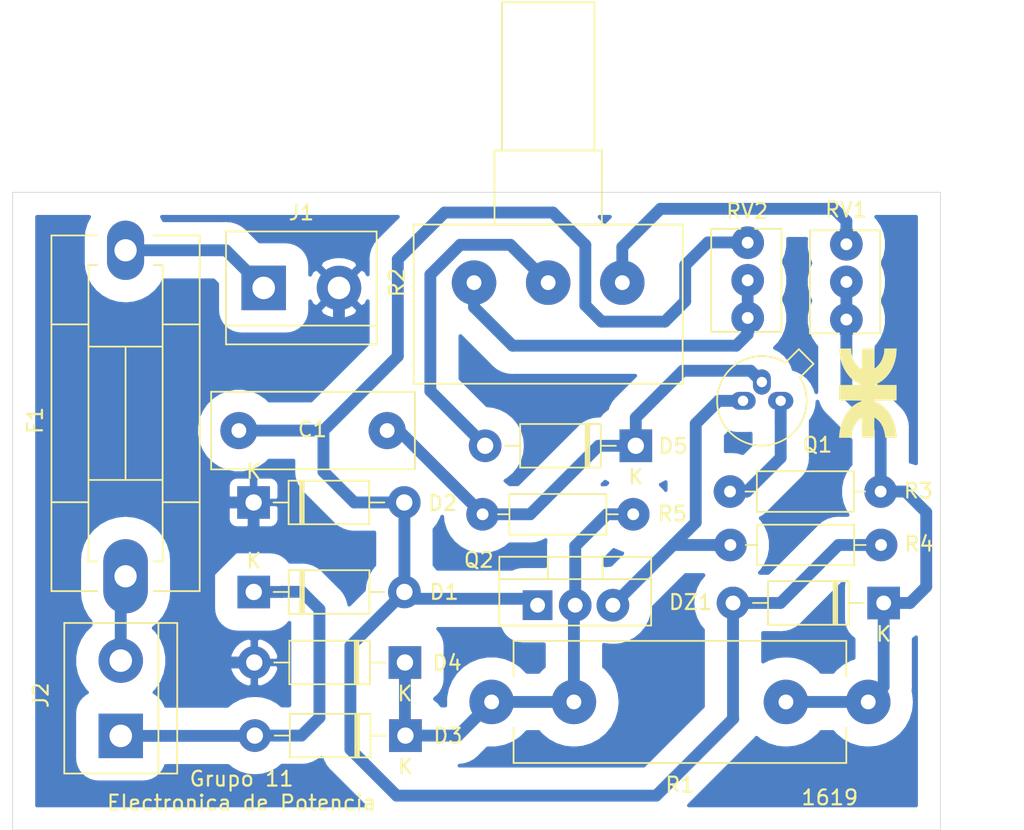
<source format=kicad_pcb>
(kicad_pcb (version 20171130) (host pcbnew "(5.1.0)-1")

  (general
    (thickness 1.6)
    (drawings 6)
    (tracks 119)
    (zones 0)
    (modules 20)
    (nets 14)
  )

  (page A4)
  (layers
    (0 F.Cu signal)
    (31 B.Cu signal)
    (32 B.Adhes user)
    (33 F.Adhes user)
    (34 B.Paste user)
    (35 F.Paste user)
    (36 B.SilkS user)
    (37 F.SilkS user)
    (38 B.Mask user)
    (39 F.Mask user)
    (40 Dwgs.User user)
    (41 Cmts.User user)
    (42 Eco1.User user)
    (43 Eco2.User user)
    (44 Edge.Cuts user)
    (45 Margin user)
    (46 B.CrtYd user)
    (47 F.CrtYd user)
    (48 B.Fab user)
    (49 F.Fab user)
  )

  (setup
    (last_trace_width 0.8)
    (trace_clearance 0.2)
    (zone_clearance 1.5)
    (zone_45_only no)
    (trace_min 0.2)
    (via_size 1)
    (via_drill 0.8)
    (via_min_size 0.4)
    (via_min_drill 0.3)
    (uvia_size 0.3)
    (uvia_drill 0.1)
    (uvias_allowed no)
    (uvia_min_size 0.2)
    (uvia_min_drill 0.1)
    (edge_width 0.05)
    (segment_width 0.2)
    (pcb_text_width 0.3)
    (pcb_text_size 1.5 1.5)
    (mod_edge_width 0.12)
    (mod_text_size 1 1)
    (mod_text_width 0.15)
    (pad_size 2.5 2.5)
    (pad_drill 1)
    (pad_to_mask_clearance 0.051)
    (solder_mask_min_width 0.25)
    (aux_axis_origin 0 0)
    (grid_origin 182.2196 132.08)
    (visible_elements 7FFFFFFF)
    (pcbplotparams
      (layerselection 0x010fc_ffffffff)
      (usegerberextensions false)
      (usegerberattributes false)
      (usegerberadvancedattributes false)
      (creategerberjobfile false)
      (excludeedgelayer true)
      (linewidth 0.100000)
      (plotframeref false)
      (viasonmask false)
      (mode 1)
      (useauxorigin false)
      (hpglpennumber 1)
      (hpglpenspeed 20)
      (hpglpendiameter 15.000000)
      (psnegative false)
      (psa4output false)
      (plotreference true)
      (plotvalue true)
      (plotinvisibletext false)
      (padsonsilk false)
      (subtractmaskfromsilk false)
      (outputformat 1)
      (mirror false)
      (drillshape 1)
      (scaleselection 1)
      (outputdirectory ""))
  )

  (net 0 "")
  (net 1 "Net-(C1-Pad1)")
  (net 2 "Net-(C1-Pad2)")
  (net 3 "Net-(D1-Pad1)")
  (net 4 GND)
  (net 5 "Net-(D3-Pad1)")
  (net 6 "Net-(D5-Pad2)")
  (net 7 "Net-(DZ1-Pad1)")
  (net 8 "Net-(F1-Pad2)")
  (net 9 "Net-(F1-Pad1)")
  (net 10 "Net-(Q1-Pad3)")
  (net 11 "Net-(R2-Pad3)")
  (net 12 "Net-(R2-Pad1)")
  (net 13 "Net-(Q1-Pad2)")

  (net_class Default "Esta es la clase de red por defecto."
    (clearance 0.2)
    (trace_width 0.8)
    (via_dia 1)
    (via_drill 0.8)
    (uvia_dia 0.3)
    (uvia_drill 0.1)
    (add_net GND)
    (add_net "Net-(C1-Pad1)")
    (add_net "Net-(C1-Pad2)")
    (add_net "Net-(D1-Pad1)")
    (add_net "Net-(D3-Pad1)")
    (add_net "Net-(D5-Pad2)")
    (add_net "Net-(DZ1-Pad1)")
    (add_net "Net-(F1-Pad1)")
    (add_net "Net-(F1-Pad2)")
    (add_net "Net-(Q1-Pad2)")
    (add_net "Net-(Q1-Pad3)")
    (add_net "Net-(R2-Pad1)")
    (add_net "Net-(R2-Pad3)")
  )

  (module lib_fp:R_Axial_Shunt_L22.2mm_W8.0mm_PS14.30mm_P25.40mm (layer F.Cu) (tedit 5CB55217) (tstamp 5CB4F386)
    (at 151.9428 123.444)
    (descr "Resistor, Axial_Shunt series, Box, pin pitch=25.4mm, 3W, length*width*height=22.2*8*8mm^3, shunt pin pitch = 14.30mm, http://www.vishay.com/docs/30217/cpsl.pdf")
    (tags "Resistor Axial_Shunt series Box pin pitch 25.4mm 3W length 22.2mm width 8mm height 8mm shunt pin pitch 14.30mm")
    (path /5CB46F56)
    (fp_text reference R1 (at 12.7 5.588) (layer F.SilkS)
      (effects (font (size 1 1) (thickness 0.15)))
    )
    (fp_text value 10k_5W (at 12.91082 2.75336) (layer F.Fab)
      (effects (font (size 1 1) (thickness 0.15)))
    )
    (fp_line (start 1.6 -4) (end 1.6 4) (layer F.Fab) (width 0.1))
    (fp_line (start 1.6 4) (end 23.8 4) (layer F.Fab) (width 0.1))
    (fp_line (start 23.8 4) (end 23.8 -4) (layer F.Fab) (width 0.1))
    (fp_line (start 23.8 -4) (end 1.6 -4) (layer F.Fab) (width 0.1))
    (fp_line (start 0 0) (end 1.6 0) (layer F.Fab) (width 0.1))
    (fp_line (start 25.4 0) (end 23.8 0) (layer F.Fab) (width 0.1))
    (fp_line (start 1.48 -1.74) (end 1.48 -4.12) (layer F.SilkS) (width 0.12))
    (fp_line (start 1.48 -4.12) (end 23.92 -4.12) (layer F.SilkS) (width 0.12))
    (fp_line (start 23.92 -4.12) (end 23.92 -1.74) (layer F.SilkS) (width 0.12))
    (fp_line (start 1.48 1.74) (end 1.48 4.12) (layer F.SilkS) (width 0.12))
    (fp_line (start 1.48 4.12) (end 23.92 4.12) (layer F.SilkS) (width 0.12))
    (fp_line (start 23.92 4.12) (end 23.92 1.74) (layer F.SilkS) (width 0.12))
    (fp_line (start -1.75 -4.25) (end -1.75 4.25) (layer F.CrtYd) (width 0.05))
    (fp_line (start -1.75 4.25) (end 27.15 4.25) (layer F.CrtYd) (width 0.05))
    (fp_line (start 27.15 4.25) (end 27.15 -4.25) (layer F.CrtYd) (width 0.05))
    (fp_line (start 27.15 -4.25) (end -1.75 -4.25) (layer F.CrtYd) (width 0.05))
    (fp_text user %R (at 12.7 0) (layer F.Fab)
      (effects (font (size 1 1) (thickness 0.15)))
    )
    (pad 1 thru_hole circle (at 0 0) (size 3 3) (drill 1) (layers *.Cu *.Mask)
      (net 5 "Net-(D3-Pad1)"))
    (pad 1 thru_hole oval (at 5.55 0) (size 3 3) (drill 1) (layers *.Cu *.Mask)
      (net 5 "Net-(D3-Pad1)"))
    (pad 2 thru_hole oval (at 19.85 0) (size 3 3) (drill 1) (layers *.Cu *.Mask)
      (net 7 "Net-(DZ1-Pad1)"))
    (pad 2 thru_hole oval (at 25.4 0) (size 3 3) (drill 1) (layers *.Cu *.Mask)
      (net 7 "Net-(DZ1-Pad1)"))
    (model ${KISYS3DMOD}/Resistor_THT.3dshapes/R_Axial_Shunt_L22.2mm_W8.0mm_PS14.30mm_P25.40mm.wrl
      (at (xyz 0 0 0))
      (scale (xyz 1 1 1))
      (rotate (xyz 0 0 0))
    )
  )

  (module lib_fp:TerminalBlock_bornier-2_P5.08mm (layer F.Cu) (tedit 5CB49A72) (tstamp 5CB4EB99)
    (at 136.56818 95.504)
    (descr "simple 2-pin terminal block, pitch 5.08mm, revamped version of bornier2")
    (tags "terminal block bornier2")
    (path /5CB3ADF7)
    (fp_text reference J1 (at 2.54 -5.08) (layer F.SilkS)
      (effects (font (size 1 1) (thickness 0.15)))
    )
    (fp_text value Conn_01x02 (at 2.54 5.08) (layer F.Fab)
      (effects (font (size 1 1) (thickness 0.15)))
    )
    (fp_text user %R (at 2.54 0) (layer F.Fab)
      (effects (font (size 1 1) (thickness 0.15)))
    )
    (fp_line (start -2.41 2.55) (end 7.49 2.55) (layer F.Fab) (width 0.1))
    (fp_line (start -2.46 -3.75) (end -2.46 3.75) (layer F.Fab) (width 0.1))
    (fp_line (start -2.46 3.75) (end 7.54 3.75) (layer F.Fab) (width 0.1))
    (fp_line (start 7.54 3.75) (end 7.54 -3.75) (layer F.Fab) (width 0.1))
    (fp_line (start 7.54 -3.75) (end -2.46 -3.75) (layer F.Fab) (width 0.1))
    (fp_line (start 7.62 2.54) (end -2.54 2.54) (layer F.SilkS) (width 0.12))
    (fp_line (start 7.62 3.81) (end 7.62 -3.81) (layer F.SilkS) (width 0.12))
    (fp_line (start 7.62 -3.81) (end -2.54 -3.81) (layer F.SilkS) (width 0.12))
    (fp_line (start -2.54 -3.81) (end -2.54 3.81) (layer F.SilkS) (width 0.12))
    (fp_line (start -2.54 3.81) (end 7.62 3.81) (layer F.SilkS) (width 0.12))
    (fp_line (start -2.71 -4) (end 7.79 -4) (layer F.CrtYd) (width 0.05))
    (fp_line (start -2.71 -4) (end -2.71 4) (layer F.CrtYd) (width 0.05))
    (fp_line (start 7.79 4) (end 7.79 -4) (layer F.CrtYd) (width 0.05))
    (fp_line (start 7.79 4) (end -2.71 4) (layer F.CrtYd) (width 0.05))
    (pad 1 thru_hole rect (at 0 0) (size 3 3) (drill 1.52) (layers *.Cu *.Mask)
      (net 9 "Net-(F1-Pad1)"))
    (pad 2 thru_hole circle (at 5.08 0) (size 3 3) (drill 1.52) (layers *.Cu *.Mask)
      (net 4 GND))
    (model "${KIPRJMOD}/3d_models/User Library-Terminal block 2 POS/User Library-Terminal block 2 POS.STEP"
      (offset (xyz 2.5 0.5 0))
      (scale (xyz 1 1 1))
      (rotate (xyz 0 0 180))
    )
  )

  (module lib_fp:Potentiometer_Alps_RK163_Single_Horizontal (layer F.Cu) (tedit 5CB55249) (tstamp 5CB4ECB9)
    (at 160.7566 95.1484 90)
    (descr "Potentiometer, horizontal, Alps RK163 Single, http://www.alps.com/prod/info/E/HTML/Potentiometer/RotaryPotentiometers/RK16/RK16_list.html")
    (tags "Potentiometer horizontal Alps RK163 Single")
    (path /5CB4BC13)
    (fp_text reference R2 (at 0 -15.2 90) (layer F.SilkS)
      (effects (font (size 1 1) (thickness 0.15)))
    )
    (fp_text value R_POT (at -4.66344 -4.90728 180) (layer F.Fab)
      (effects (font (size 1 1) (thickness 0.15)))
    )
    (fp_line (start -6.7 -13.95) (end -6.7 3.95) (layer F.Fab) (width 0.1))
    (fp_line (start -6.7 3.95) (end 3.8 3.95) (layer F.Fab) (width 0.1))
    (fp_line (start 3.8 3.95) (end 3.8 -13.95) (layer F.Fab) (width 0.1))
    (fp_line (start 3.8 -13.95) (end -6.7 -13.95) (layer F.Fab) (width 0.1))
    (fp_line (start 3.8 -8.5) (end 3.8 -1.5) (layer F.Fab) (width 0.1))
    (fp_line (start 3.8 -1.5) (end 8.8 -1.5) (layer F.Fab) (width 0.1))
    (fp_line (start 8.8 -1.5) (end 8.8 -8.5) (layer F.Fab) (width 0.1))
    (fp_line (start 8.8 -8.5) (end 3.8 -8.5) (layer F.Fab) (width 0.1))
    (fp_line (start 8.8 -8) (end 8.8 -2) (layer F.Fab) (width 0.1))
    (fp_line (start 8.8 -2) (end 18.8 -2) (layer F.Fab) (width 0.1))
    (fp_line (start 18.8 -2) (end 18.8 -8) (layer F.Fab) (width 0.1))
    (fp_line (start 18.8 -8) (end 8.8 -8) (layer F.Fab) (width 0.1))
    (fp_line (start -6.82 -14.07) (end 3.92 -14.07) (layer F.SilkS) (width 0.12))
    (fp_line (start -6.82 4.07) (end 3.92 4.07) (layer F.SilkS) (width 0.12))
    (fp_line (start -6.82 -14.07) (end -6.82 4.07) (layer F.SilkS) (width 0.12))
    (fp_line (start 3.92 -14.07) (end 3.92 4.07) (layer F.SilkS) (width 0.12))
    (fp_line (start 3.92 -8.62) (end 8.92 -8.62) (layer F.SilkS) (width 0.12))
    (fp_line (start 3.92 -1.38) (end 8.92 -1.38) (layer F.SilkS) (width 0.12))
    (fp_line (start 3.92 -8.62) (end 3.92 -1.38) (layer F.SilkS) (width 0.12))
    (fp_line (start 8.92 -8.62) (end 8.92 -1.38) (layer F.SilkS) (width 0.12))
    (fp_line (start 8.92 -8.12) (end 18.92 -8.12) (layer F.SilkS) (width 0.12))
    (fp_line (start 8.92 -1.879) (end 18.92 -1.879) (layer F.SilkS) (width 0.12))
    (fp_line (start 8.92 -8.12) (end 8.92 -1.879) (layer F.SilkS) (width 0.12))
    (fp_line (start 18.92 -8.12) (end 18.92 -1.879) (layer F.SilkS) (width 0.12))
    (fp_line (start -6.95 -14.2) (end -6.95 4.2) (layer F.CrtYd) (width 0.05))
    (fp_line (start -6.95 4.2) (end 19.05 4.2) (layer F.CrtYd) (width 0.05))
    (fp_line (start 19.05 4.2) (end 19.05 -14.2) (layer F.CrtYd) (width 0.05))
    (fp_line (start 19.05 -14.2) (end -6.95 -14.2) (layer F.CrtYd) (width 0.05))
    (fp_text user %R (at -2.8516 -4.7566 180) (layer F.Fab)
      (effects (font (size 1 1) (thickness 0.15)))
    )
    (pad 3 thru_hole circle (at 0 -10 90) (size 3 3) (drill 1) (layers *.Cu *.Mask)
      (net 11 "Net-(R2-Pad3)"))
    (pad 2 thru_hole circle (at 0 -5 90) (size 3 3) (drill 1) (layers *.Cu *.Mask)
      (net 6 "Net-(D5-Pad2)"))
    (pad 1 thru_hole circle (at 0 0 90) (size 3 3) (drill 1) (layers *.Cu *.Mask)
      (net 12 "Net-(R2-Pad1)"))
    (model "${KIPRJMOD}/3d_models/User Library-Potentiometer-3/User Library-Potentiometer-3.STEP"
      (offset (xyz 0.3 5 13.5))
      (scale (xyz 1 1 1))
      (rotate (xyz -90 0 -90))
    )
  )

  (module lib_fp:C_Rect_L13.5mm_W5.0mm_P10.00mm_FKS3_FKP3_MKS4 (layer F.Cu) (tedit 5CB55274) (tstamp 5CB4F254)
    (at 144.89684 105.1306 180)
    (descr "C, Rect series, Radial, pin pitch=10.00mm, , length*width=13.5*5mm^2, Capacitor, http://www.wima.com/EN/WIMA_FKS_3.pdf, http://www.wima.com/EN/WIMA_MKS_4.pdf")
    (tags "C Rect series Radial pin pitch 10.00mm  length 13.5mm width 5mm Capacitor")
    (path /5CB50EF3)
    (fp_text reference C1 (at 5.04444 0.0762 180) (layer F.SilkS)
      (effects (font (size 1 1) (thickness 0.15)))
    )
    (fp_text value "0,1uF 400V" (at 4.96824 0.65278 180) (layer F.Fab)
      (effects (font (size 1 1) (thickness 0.15)))
    )
    (fp_line (start -1.75 -2.5) (end -1.75 2.5) (layer F.Fab) (width 0.1))
    (fp_line (start -1.75 2.5) (end 11.75 2.5) (layer F.Fab) (width 0.1))
    (fp_line (start 11.75 2.5) (end 11.75 -2.5) (layer F.Fab) (width 0.1))
    (fp_line (start 11.75 -2.5) (end -1.75 -2.5) (layer F.Fab) (width 0.1))
    (fp_line (start -1.87 -2.62) (end 11.87 -2.62) (layer F.SilkS) (width 0.12))
    (fp_line (start -1.87 2.62) (end 11.87 2.62) (layer F.SilkS) (width 0.12))
    (fp_line (start -1.87 -2.62) (end -1.87 2.62) (layer F.SilkS) (width 0.12))
    (fp_line (start 11.87 -2.62) (end 11.87 2.62) (layer F.SilkS) (width 0.12))
    (fp_line (start -2 -2.75) (end -2 2.75) (layer F.CrtYd) (width 0.05))
    (fp_line (start -2 2.75) (end 12 2.75) (layer F.CrtYd) (width 0.05))
    (fp_line (start 12 2.75) (end 12 -2.75) (layer F.CrtYd) (width 0.05))
    (fp_line (start 12 -2.75) (end -2 -2.75) (layer F.CrtYd) (width 0.05))
    (fp_text user %R (at 5.00634 -1.17094 180) (layer F.Fab)
      (effects (font (size 1 1) (thickness 0.15)))
    )
    (pad 1 thru_hole circle (at 0 0 180) (size 2.5 2.5) (drill 1) (layers *.Cu *.Mask)
      (net 1 "Net-(C1-Pad1)"))
    (pad 2 thru_hole circle (at 10 0 180) (size 2.5 2.5) (drill 1) (layers *.Cu *.Mask)
      (net 2 "Net-(C1-Pad2)"))
    (model ${KISYS3DMOD}/Capacitor_THT.3dshapes/C_Rect_L13.5mm_W5.0mm_P10.00mm_FKS3_FKP3_MKS4.wrl
      (at (xyz 0 0 0))
      (scale (xyz 1 1 1))
      (rotate (xyz 0 0 0))
    )
  )

  (module lib_fp:D_DO-41_SOD81_P10.16mm_Horizontal (layer F.Cu) (tedit 5AE50CD5) (tstamp 5CB4F266)
    (at 135.90016 116.02212)
    (descr "Diode, DO-41_SOD81 series, Axial, Horizontal, pin pitch=10.16mm, , length*diameter=5.2*2.7mm^2, , http://www.diodes.com/_files/packages/DO-41%20(Plastic).pdf")
    (tags "Diode DO-41_SOD81 series Axial Horizontal pin pitch 10.16mm  length 5.2mm diameter 2.7mm")
    (path /5CB41FF5)
    (fp_text reference D1 (at 12.84224 0.00508) (layer F.SilkS)
      (effects (font (size 1 1) (thickness 0.15)))
    )
    (fp_text value 1N4007 (at 5.22224 2.29108) (layer F.Fab)
      (effects (font (size 1 1) (thickness 0.15)))
    )
    (fp_line (start 2.48 -1.35) (end 2.48 1.35) (layer F.Fab) (width 0.1))
    (fp_line (start 2.48 1.35) (end 7.68 1.35) (layer F.Fab) (width 0.1))
    (fp_line (start 7.68 1.35) (end 7.68 -1.35) (layer F.Fab) (width 0.1))
    (fp_line (start 7.68 -1.35) (end 2.48 -1.35) (layer F.Fab) (width 0.1))
    (fp_line (start 0 0) (end 2.48 0) (layer F.Fab) (width 0.1))
    (fp_line (start 10.16 0) (end 7.68 0) (layer F.Fab) (width 0.1))
    (fp_line (start 3.26 -1.35) (end 3.26 1.35) (layer F.Fab) (width 0.1))
    (fp_line (start 3.36 -1.35) (end 3.36 1.35) (layer F.Fab) (width 0.1))
    (fp_line (start 3.16 -1.35) (end 3.16 1.35) (layer F.Fab) (width 0.1))
    (fp_line (start 2.36 -1.47) (end 2.36 1.47) (layer F.SilkS) (width 0.12))
    (fp_line (start 2.36 1.47) (end 7.8 1.47) (layer F.SilkS) (width 0.12))
    (fp_line (start 7.8 1.47) (end 7.8 -1.47) (layer F.SilkS) (width 0.12))
    (fp_line (start 7.8 -1.47) (end 2.36 -1.47) (layer F.SilkS) (width 0.12))
    (fp_line (start 1.34 0) (end 2.36 0) (layer F.SilkS) (width 0.12))
    (fp_line (start 8.82 0) (end 7.8 0) (layer F.SilkS) (width 0.12))
    (fp_line (start 3.26 -1.47) (end 3.26 1.47) (layer F.SilkS) (width 0.12))
    (fp_line (start 3.38 -1.47) (end 3.38 1.47) (layer F.SilkS) (width 0.12))
    (fp_line (start 3.14 -1.47) (end 3.14 1.47) (layer F.SilkS) (width 0.12))
    (fp_line (start -1.35 -1.6) (end -1.35 1.6) (layer F.CrtYd) (width 0.05))
    (fp_line (start -1.35 1.6) (end 11.51 1.6) (layer F.CrtYd) (width 0.05))
    (fp_line (start 11.51 1.6) (end 11.51 -1.6) (layer F.CrtYd) (width 0.05))
    (fp_line (start 11.51 -1.6) (end -1.35 -1.6) (layer F.CrtYd) (width 0.05))
    (fp_text user %R (at 5.47 0) (layer F.Fab)
      (effects (font (size 1 1) (thickness 0.15)))
    )
    (fp_text user K (at 1.09984 -1.02212) (layer F.Fab)
      (effects (font (size 1 1) (thickness 0.15)))
    )
    (fp_text user K (at 0 -2.1) (layer F.SilkS)
      (effects (font (size 1 1) (thickness 0.15)))
    )
    (pad 1 thru_hole rect (at 0 0) (size 2.2 2.2) (drill 1.1) (layers *.Cu *.Mask)
      (net 3 "Net-(D1-Pad1)"))
    (pad 2 thru_hole oval (at 10.16 0) (size 2.2 2.2) (drill 1.1) (layers *.Cu *.Mask)
      (net 2 "Net-(C1-Pad2)"))
    (model ${KISYS3DMOD}/Diode_THT.3dshapes/D_DO-41_SOD81_P10.16mm_Horizontal.wrl
      (at (xyz 0 0 0))
      (scale (xyz 1 1 1))
      (rotate (xyz 0 0 0))
    )
  )

  (module lib_fp:D_DO-41_SOD81_P10.16mm_Horizontal (layer F.Cu) (tedit 5AE50CD5) (tstamp 5CB4F284)
    (at 135.89 109.982)
    (descr "Diode, DO-41_SOD81 series, Axial, Horizontal, pin pitch=10.16mm, , length*diameter=5.2*2.7mm^2, , http://www.diodes.com/_files/packages/DO-41%20(Plastic).pdf")
    (tags "Diode DO-41_SOD81 series Axial Horizontal pin pitch 10.16mm  length 5.2mm diameter 2.7mm")
    (path /5CB3B4B7)
    (fp_text reference D2 (at 12.7508 0.0508) (layer F.SilkS)
      (effects (font (size 1 1) (thickness 0.15)))
    )
    (fp_text value 1N4007 (at 5.08 2.47) (layer F.Fab)
      (effects (font (size 1 1) (thickness 0.15)))
    )
    (fp_text user K (at 0 -2.1) (layer F.SilkS)
      (effects (font (size 1 1) (thickness 0.15)))
    )
    (fp_text user K (at 1.11 -0.982) (layer F.Fab)
      (effects (font (size 1 1) (thickness 0.15)))
    )
    (fp_text user %R (at 5.47 0) (layer F.Fab)
      (effects (font (size 1 1) (thickness 0.15)))
    )
    (fp_line (start 11.51 -1.6) (end -1.35 -1.6) (layer F.CrtYd) (width 0.05))
    (fp_line (start 11.51 1.6) (end 11.51 -1.6) (layer F.CrtYd) (width 0.05))
    (fp_line (start -1.35 1.6) (end 11.51 1.6) (layer F.CrtYd) (width 0.05))
    (fp_line (start -1.35 -1.6) (end -1.35 1.6) (layer F.CrtYd) (width 0.05))
    (fp_line (start 3.14 -1.47) (end 3.14 1.47) (layer F.SilkS) (width 0.12))
    (fp_line (start 3.38 -1.47) (end 3.38 1.47) (layer F.SilkS) (width 0.12))
    (fp_line (start 3.26 -1.47) (end 3.26 1.47) (layer F.SilkS) (width 0.12))
    (fp_line (start 8.82 0) (end 7.8 0) (layer F.SilkS) (width 0.12))
    (fp_line (start 1.34 0) (end 2.36 0) (layer F.SilkS) (width 0.12))
    (fp_line (start 7.8 -1.47) (end 2.36 -1.47) (layer F.SilkS) (width 0.12))
    (fp_line (start 7.8 1.47) (end 7.8 -1.47) (layer F.SilkS) (width 0.12))
    (fp_line (start 2.36 1.47) (end 7.8 1.47) (layer F.SilkS) (width 0.12))
    (fp_line (start 2.36 -1.47) (end 2.36 1.47) (layer F.SilkS) (width 0.12))
    (fp_line (start 3.16 -1.35) (end 3.16 1.35) (layer F.Fab) (width 0.1))
    (fp_line (start 3.36 -1.35) (end 3.36 1.35) (layer F.Fab) (width 0.1))
    (fp_line (start 3.26 -1.35) (end 3.26 1.35) (layer F.Fab) (width 0.1))
    (fp_line (start 10.16 0) (end 7.68 0) (layer F.Fab) (width 0.1))
    (fp_line (start 0 0) (end 2.48 0) (layer F.Fab) (width 0.1))
    (fp_line (start 7.68 -1.35) (end 2.48 -1.35) (layer F.Fab) (width 0.1))
    (fp_line (start 7.68 1.35) (end 7.68 -1.35) (layer F.Fab) (width 0.1))
    (fp_line (start 2.48 1.35) (end 7.68 1.35) (layer F.Fab) (width 0.1))
    (fp_line (start 2.48 -1.35) (end 2.48 1.35) (layer F.Fab) (width 0.1))
    (pad 2 thru_hole oval (at 10.16 0) (size 2.2 2.2) (drill 1.1) (layers *.Cu *.Mask)
      (net 2 "Net-(C1-Pad2)"))
    (pad 1 thru_hole rect (at 0 0) (size 2.2 2.2) (drill 1.1) (layers *.Cu *.Mask)
      (net 4 GND))
    (model ${KISYS3DMOD}/Diode_THT.3dshapes/D_DO-41_SOD81_P10.16mm_Horizontal.wrl
      (at (xyz 0 0 0))
      (scale (xyz 1 1 1))
      (rotate (xyz 0 0 0))
    )
  )

  (module lib_fp:D_DO-41_SOD81_P10.16mm_Horizontal (layer F.Cu) (tedit 5AE50CD5) (tstamp 5CB4F2A2)
    (at 146.13128 125.71476 180)
    (descr "Diode, DO-41_SOD81 series, Axial, Horizontal, pin pitch=10.16mm, , length*diameter=5.2*2.7mm^2, , http://www.diodes.com/_files/packages/DO-41%20(Plastic).pdf")
    (tags "Diode DO-41_SOD81 series Axial Horizontal pin pitch 10.16mm  length 5.2mm diameter 2.7mm")
    (path /5CB4471B)
    (fp_text reference D3 (at -2.86512 -0.01524 180) (layer F.SilkS)
      (effects (font (size 1 1) (thickness 0.15)))
    )
    (fp_text value 1N4007 (at 5.16128 -2.50444 180) (layer F.Fab)
      (effects (font (size 1 1) (thickness 0.15)))
    )
    (fp_line (start 2.48 -1.35) (end 2.48 1.35) (layer F.Fab) (width 0.1))
    (fp_line (start 2.48 1.35) (end 7.68 1.35) (layer F.Fab) (width 0.1))
    (fp_line (start 7.68 1.35) (end 7.68 -1.35) (layer F.Fab) (width 0.1))
    (fp_line (start 7.68 -1.35) (end 2.48 -1.35) (layer F.Fab) (width 0.1))
    (fp_line (start 0 0) (end 2.48 0) (layer F.Fab) (width 0.1))
    (fp_line (start 10.16 0) (end 7.68 0) (layer F.Fab) (width 0.1))
    (fp_line (start 3.26 -1.35) (end 3.26 1.35) (layer F.Fab) (width 0.1))
    (fp_line (start 3.36 -1.35) (end 3.36 1.35) (layer F.Fab) (width 0.1))
    (fp_line (start 3.16 -1.35) (end 3.16 1.35) (layer F.Fab) (width 0.1))
    (fp_line (start 2.36 -1.47) (end 2.36 1.47) (layer F.SilkS) (width 0.12))
    (fp_line (start 2.36 1.47) (end 7.8 1.47) (layer F.SilkS) (width 0.12))
    (fp_line (start 7.8 1.47) (end 7.8 -1.47) (layer F.SilkS) (width 0.12))
    (fp_line (start 7.8 -1.47) (end 2.36 -1.47) (layer F.SilkS) (width 0.12))
    (fp_line (start 1.34 0) (end 2.36 0) (layer F.SilkS) (width 0.12))
    (fp_line (start 8.82 0) (end 7.8 0) (layer F.SilkS) (width 0.12))
    (fp_line (start 3.26 -1.47) (end 3.26 1.47) (layer F.SilkS) (width 0.12))
    (fp_line (start 3.38 -1.47) (end 3.38 1.47) (layer F.SilkS) (width 0.12))
    (fp_line (start 3.14 -1.47) (end 3.14 1.47) (layer F.SilkS) (width 0.12))
    (fp_line (start -1.35 -1.6) (end -1.35 1.6) (layer F.CrtYd) (width 0.05))
    (fp_line (start -1.35 1.6) (end 11.51 1.6) (layer F.CrtYd) (width 0.05))
    (fp_line (start 11.51 1.6) (end 11.51 -1.6) (layer F.CrtYd) (width 0.05))
    (fp_line (start 11.51 -1.6) (end -1.35 -1.6) (layer F.CrtYd) (width 0.05))
    (fp_text user %R (at 5.47 0 180) (layer F.Fab)
      (effects (font (size 1 1) (thickness 0.15)))
    )
    (fp_text user K (at 1.13128 -1.28524 180) (layer F.Fab)
      (effects (font (size 1 1) (thickness 0.15)))
    )
    (fp_text user K (at 0 -2.1 180) (layer F.SilkS)
      (effects (font (size 1 1) (thickness 0.15)))
    )
    (pad 1 thru_hole rect (at 0 0 180) (size 2.2 2.2) (drill 1.1) (layers *.Cu *.Mask)
      (net 5 "Net-(D3-Pad1)"))
    (pad 2 thru_hole oval (at 10.16 0 180) (size 2.2 2.2) (drill 1.1) (layers *.Cu *.Mask)
      (net 3 "Net-(D1-Pad1)"))
    (model ${KISYS3DMOD}/Diode_THT.3dshapes/D_DO-41_SOD81_P10.16mm_Horizontal.wrl
      (at (xyz 0 0 0))
      (scale (xyz 1 1 1))
      (rotate (xyz 0 0 0))
    )
  )

  (module lib_fp:D_DO-41_SOD81_P10.16mm_Horizontal (layer F.Cu) (tedit 5AE50CD5) (tstamp 5CB4F2C0)
    (at 146.09572 120.78208 180)
    (descr "Diode, DO-41_SOD81 series, Axial, Horizontal, pin pitch=10.16mm, , length*diameter=5.2*2.7mm^2, , http://www.diodes.com/_files/packages/DO-41%20(Plastic).pdf")
    (tags "Diode DO-41_SOD81 series Axial Horizontal pin pitch 10.16mm  length 5.2mm diameter 2.7mm")
    (path /5CB45B7E)
    (fp_text reference D4 (at -2.84988 -0.02032 180) (layer F.SilkS)
      (effects (font (size 1 1) (thickness 0.15)))
    )
    (fp_text value 1N4007 (at 5.07492 -2.45872 180) (layer F.Fab)
      (effects (font (size 1 1) (thickness 0.15)))
    )
    (fp_text user K (at 0 -2.1 180) (layer F.SilkS)
      (effects (font (size 1 1) (thickness 0.15)))
    )
    (fp_text user K (at 1.09572 -1.21792 180) (layer F.Fab)
      (effects (font (size 1 1) (thickness 0.15)))
    )
    (fp_text user %R (at 5.47 0 180) (layer F.Fab)
      (effects (font (size 1 1) (thickness 0.15)))
    )
    (fp_line (start 11.51 -1.6) (end -1.35 -1.6) (layer F.CrtYd) (width 0.05))
    (fp_line (start 11.51 1.6) (end 11.51 -1.6) (layer F.CrtYd) (width 0.05))
    (fp_line (start -1.35 1.6) (end 11.51 1.6) (layer F.CrtYd) (width 0.05))
    (fp_line (start -1.35 -1.6) (end -1.35 1.6) (layer F.CrtYd) (width 0.05))
    (fp_line (start 3.14 -1.47) (end 3.14 1.47) (layer F.SilkS) (width 0.12))
    (fp_line (start 3.38 -1.47) (end 3.38 1.47) (layer F.SilkS) (width 0.12))
    (fp_line (start 3.26 -1.47) (end 3.26 1.47) (layer F.SilkS) (width 0.12))
    (fp_line (start 8.82 0) (end 7.8 0) (layer F.SilkS) (width 0.12))
    (fp_line (start 1.34 0) (end 2.36 0) (layer F.SilkS) (width 0.12))
    (fp_line (start 7.8 -1.47) (end 2.36 -1.47) (layer F.SilkS) (width 0.12))
    (fp_line (start 7.8 1.47) (end 7.8 -1.47) (layer F.SilkS) (width 0.12))
    (fp_line (start 2.36 1.47) (end 7.8 1.47) (layer F.SilkS) (width 0.12))
    (fp_line (start 2.36 -1.47) (end 2.36 1.47) (layer F.SilkS) (width 0.12))
    (fp_line (start 3.16 -1.35) (end 3.16 1.35) (layer F.Fab) (width 0.1))
    (fp_line (start 3.36 -1.35) (end 3.36 1.35) (layer F.Fab) (width 0.1))
    (fp_line (start 3.26 -1.35) (end 3.26 1.35) (layer F.Fab) (width 0.1))
    (fp_line (start 10.16 0) (end 7.68 0) (layer F.Fab) (width 0.1))
    (fp_line (start 0 0) (end 2.48 0) (layer F.Fab) (width 0.1))
    (fp_line (start 7.68 -1.35) (end 2.48 -1.35) (layer F.Fab) (width 0.1))
    (fp_line (start 7.68 1.35) (end 7.68 -1.35) (layer F.Fab) (width 0.1))
    (fp_line (start 2.48 1.35) (end 7.68 1.35) (layer F.Fab) (width 0.1))
    (fp_line (start 2.48 -1.35) (end 2.48 1.35) (layer F.Fab) (width 0.1))
    (pad 2 thru_hole oval (at 10.16 0 180) (size 2.2 2.2) (drill 1.1) (layers *.Cu *.Mask)
      (net 4 GND))
    (pad 1 thru_hole rect (at 0 0 180) (size 2.2 2.2) (drill 1.1) (layers *.Cu *.Mask)
      (net 5 "Net-(D3-Pad1)"))
    (model ${KISYS3DMOD}/Diode_THT.3dshapes/D_DO-41_SOD81_P10.16mm_Horizontal.wrl
      (at (xyz 0 0 0))
      (scale (xyz 1 1 1))
      (rotate (xyz 0 0 0))
    )
  )

  (module lib_fp:D_DO-41_SOD81_P10.16mm_Horizontal (layer F.Cu) (tedit 5AE50CD5) (tstamp 5CB4F2DE)
    (at 161.66592 106.15676 180)
    (descr "Diode, DO-41_SOD81 series, Axial, Horizontal, pin pitch=10.16mm, , length*diameter=5.2*2.7mm^2, , http://www.diodes.com/_files/packages/DO-41%20(Plastic).pdf")
    (tags "Diode DO-41_SOD81 series Axial Horizontal pin pitch 10.16mm  length 5.2mm diameter 2.7mm")
    (path /5CB4CC19)
    (fp_text reference D5 (at -2.51968 -0.01524 180) (layer F.SilkS)
      (effects (font (size 1 1) (thickness 0.15)))
    )
    (fp_text value 1N4007 (at 5.08 2.47 180) (layer F.Fab)
      (effects (font (size 1 1) (thickness 0.15)))
    )
    (fp_text user K (at 0 -2.1 180) (layer F.SilkS)
      (effects (font (size 1 1) (thickness 0.15)))
    )
    (fp_text user K (at 0 -0.84324 180) (layer F.Fab)
      (effects (font (size 1 1) (thickness 0.15)))
    )
    (fp_text user %R (at 5.47 0 180) (layer F.Fab)
      (effects (font (size 1 1) (thickness 0.15)))
    )
    (fp_line (start 11.51 -1.6) (end -1.35 -1.6) (layer F.CrtYd) (width 0.05))
    (fp_line (start 11.51 1.6) (end 11.51 -1.6) (layer F.CrtYd) (width 0.05))
    (fp_line (start -1.35 1.6) (end 11.51 1.6) (layer F.CrtYd) (width 0.05))
    (fp_line (start -1.35 -1.6) (end -1.35 1.6) (layer F.CrtYd) (width 0.05))
    (fp_line (start 3.14 -1.47) (end 3.14 1.47) (layer F.SilkS) (width 0.12))
    (fp_line (start 3.38 -1.47) (end 3.38 1.47) (layer F.SilkS) (width 0.12))
    (fp_line (start 3.26 -1.47) (end 3.26 1.47) (layer F.SilkS) (width 0.12))
    (fp_line (start 8.82 0) (end 7.8 0) (layer F.SilkS) (width 0.12))
    (fp_line (start 1.34 0) (end 2.36 0) (layer F.SilkS) (width 0.12))
    (fp_line (start 7.8 -1.47) (end 2.36 -1.47) (layer F.SilkS) (width 0.12))
    (fp_line (start 7.8 1.47) (end 7.8 -1.47) (layer F.SilkS) (width 0.12))
    (fp_line (start 2.36 1.47) (end 7.8 1.47) (layer F.SilkS) (width 0.12))
    (fp_line (start 2.36 -1.47) (end 2.36 1.47) (layer F.SilkS) (width 0.12))
    (fp_line (start 3.16 -1.35) (end 3.16 1.35) (layer F.Fab) (width 0.1))
    (fp_line (start 3.36 -1.35) (end 3.36 1.35) (layer F.Fab) (width 0.1))
    (fp_line (start 3.26 -1.35) (end 3.26 1.35) (layer F.Fab) (width 0.1))
    (fp_line (start 10.16 0) (end 7.68 0) (layer F.Fab) (width 0.1))
    (fp_line (start 0 0) (end 2.48 0) (layer F.Fab) (width 0.1))
    (fp_line (start 7.68 -1.35) (end 2.48 -1.35) (layer F.Fab) (width 0.1))
    (fp_line (start 7.68 1.35) (end 7.68 -1.35) (layer F.Fab) (width 0.1))
    (fp_line (start 2.48 1.35) (end 7.68 1.35) (layer F.Fab) (width 0.1))
    (fp_line (start 2.48 -1.35) (end 2.48 1.35) (layer F.Fab) (width 0.1))
    (pad 2 thru_hole oval (at 10.16 0 180) (size 2.2 2.2) (drill 1.1) (layers *.Cu *.Mask)
      (net 6 "Net-(D5-Pad2)"))
    (pad 1 thru_hole rect (at 0 0 180) (size 2.2 2.2) (drill 1.1) (layers *.Cu *.Mask)
      (net 1 "Net-(C1-Pad1)"))
    (model ${KISYS3DMOD}/Diode_THT.3dshapes/D_DO-41_SOD81_P10.16mm_Horizontal.wrl
      (at (xyz 0 0 0))
      (scale (xyz 1 1 1))
      (rotate (xyz 0 0 0))
    )
  )

  (module lib_fp:Fuseholder5x20_horiz_SemiClosed_Casing10x25mm (layer F.Cu) (tedit 5CB5525D) (tstamp 5CB4F31A)
    (at 127.254 92.964 270)
    (descr "Fuseholder, 5x20, Semi closed, horizontal, Casing 10x25mm,")
    (tags "Fuseholder 5x20 Semi closed horizontal Casing 10x25mm Sicherungshalter halbgeschlossen ")
    (path /5CB3DBB7)
    (fp_text reference F1 (at 11.4808 6.096 270) (layer F.SilkS)
      (effects (font (size 1 1) (thickness 0.15)))
    )
    (fp_text value Fuse (at 12.27 7.62 270) (layer F.Fab)
      (effects (font (size 1 1) (thickness 0.15)))
    )
    (fp_line (start 5 2.5) (end 5 4.9) (layer F.Fab) (width 0.1))
    (fp_line (start 17 -2.5) (end 17 -4.9) (layer F.Fab) (width 0.1))
    (fp_line (start 17 2.5) (end 17 4.95) (layer F.Fab) (width 0.1))
    (fp_line (start 15.5 -2.5) (end 15.5 2.5) (layer F.Fab) (width 0.1))
    (fp_line (start 6.5 0) (end 15.5 0) (layer F.Fab) (width 0.1))
    (fp_line (start 6.5 -2.5) (end 6.5 2.5) (layer F.Fab) (width 0.1))
    (fp_line (start 5 -4.9) (end 5 -2.5) (layer F.Fab) (width 0.1))
    (fp_line (start 1 -2.5) (end 1 2.5) (layer F.Fab) (width 0.1))
    (fp_line (start 1 2.5) (end 21 2.5) (layer F.Fab) (width 0.1))
    (fp_line (start 21 2.5) (end 21 -2.5) (layer F.Fab) (width 0.1))
    (fp_line (start 21 -2.5) (end 1 -2.5) (layer F.Fab) (width 0.1))
    (fp_line (start -0.9 -4.9) (end -0.9 4.9) (layer F.Fab) (width 0.1))
    (fp_line (start -0.9 4.9) (end 22.9 4.9) (layer F.Fab) (width 0.1))
    (fp_line (start 22.9 4.9) (end 22.9 -4.9) (layer F.Fab) (width 0.1))
    (fp_line (start 22.9 -4.9) (end -0.9 -4.9) (layer F.Fab) (width 0.1))
    (fp_line (start 5 -2.5) (end 5 -5) (layer F.SilkS) (width 0.12))
    (fp_line (start 5 5) (end 5 2.5) (layer F.SilkS) (width 0.12))
    (fp_line (start 17 5) (end 17 2.5) (layer F.SilkS) (width 0.12))
    (fp_line (start 17 -5) (end 17 -2.5) (layer F.SilkS) (width 0.12))
    (fp_line (start 6.5 0) (end 15.5 0) (layer F.SilkS) (width 0.12))
    (fp_line (start 6.5 -2.5) (end 6.5 2.5) (layer F.SilkS) (width 0.12))
    (fp_line (start 15.5 -2.5) (end 15.5 2.5) (layer F.SilkS) (width 0.12))
    (fp_line (start 21 -1.9) (end 21 -2.5) (layer F.SilkS) (width 0.12))
    (fp_line (start 1 1.9) (end 1 2.5) (layer F.SilkS) (width 0.12))
    (fp_line (start 1 2.5) (end 21 2.5) (layer F.SilkS) (width 0.12))
    (fp_line (start 21 2.5) (end 21 1.9) (layer F.SilkS) (width 0.12))
    (fp_line (start 21 -2.5) (end 1 -2.5) (layer F.SilkS) (width 0.12))
    (fp_line (start 1 -2.5) (end 1 -1.9) (layer F.SilkS) (width 0.12))
    (fp_line (start 23 -1.9) (end 23 -5) (layer F.SilkS) (width 0.12))
    (fp_line (start -1 1.9) (end -1 5) (layer F.SilkS) (width 0.12))
    (fp_line (start -1 5) (end 23 5) (layer F.SilkS) (width 0.12))
    (fp_line (start 23 5) (end 23 1.9) (layer F.SilkS) (width 0.12))
    (fp_line (start 23 -5) (end -1 -5) (layer F.SilkS) (width 0.12))
    (fp_line (start -1 -5) (end -1 -1.9) (layer F.SilkS) (width 0.12))
    (fp_line (start -1.5 -5.15) (end 23.5 -5.15) (layer F.CrtYd) (width 0.05))
    (fp_line (start -1.5 -5.15) (end -1.5 5.2) (layer F.CrtYd) (width 0.05))
    (fp_line (start 23.5 5.2) (end 23.5 -5.15) (layer F.CrtYd) (width 0.05))
    (fp_line (start 23.5 5.2) (end -1.5 5.2) (layer F.CrtYd) (width 0.05))
    (pad 2 thru_hole oval (at 22 0 180) (size 3 5) (drill 1.5) (layers *.Cu *.Mask)
      (net 8 "Net-(F1-Pad2)"))
    (pad 1 thru_hole oval (at 0 0 180) (size 2.5 4) (drill 1.5) (layers *.Cu *.Mask)
      (net 9 "Net-(F1-Pad1)"))
    (model "${KIPRJMOD}/3d_models/User Library-5x20mm PCB Fuse Holder Assy_ 1/User Library-5x20mm PCB Fuse Holder Assy_ 1.STEP"
      (offset (xyz 10.3 0 5))
      (scale (xyz 1 1 1))
      (rotate (xyz 0 0 0))
    )
  )

  (module lib_fp:TerminalBlock_bornier-2_P5.08mm (layer F.Cu) (tedit 5CB49A72) (tstamp 5CB4F345)
    (at 126.92888 125.73508 90)
    (descr "simple 2-pin terminal block, pitch 5.08mm, revamped version of bornier2")
    (tags "terminal block bornier2")
    (path /5CB3E0B6)
    (fp_text reference J2 (at 2.7432 -5.3848 90) (layer F.SilkS)
      (effects (font (size 1 1) (thickness 0.15)))
    )
    (fp_text value Conn_01x02 (at 2.54 5.08 90) (layer F.Fab)
      (effects (font (size 1 1) (thickness 0.15)))
    )
    (fp_text user %R (at 2.54 0 90) (layer F.Fab)
      (effects (font (size 1 1) (thickness 0.15)))
    )
    (fp_line (start -2.41 2.55) (end 7.49 2.55) (layer F.Fab) (width 0.1))
    (fp_line (start -2.46 -3.75) (end -2.46 3.75) (layer F.Fab) (width 0.1))
    (fp_line (start -2.46 3.75) (end 7.54 3.75) (layer F.Fab) (width 0.1))
    (fp_line (start 7.54 3.75) (end 7.54 -3.75) (layer F.Fab) (width 0.1))
    (fp_line (start 7.54 -3.75) (end -2.46 -3.75) (layer F.Fab) (width 0.1))
    (fp_line (start 7.62 2.54) (end -2.54 2.54) (layer F.SilkS) (width 0.12))
    (fp_line (start 7.62 3.81) (end 7.62 -3.81) (layer F.SilkS) (width 0.12))
    (fp_line (start 7.62 -3.81) (end -2.54 -3.81) (layer F.SilkS) (width 0.12))
    (fp_line (start -2.54 -3.81) (end -2.54 3.81) (layer F.SilkS) (width 0.12))
    (fp_line (start -2.54 3.81) (end 7.62 3.81) (layer F.SilkS) (width 0.12))
    (fp_line (start -2.71 -4) (end 7.79 -4) (layer F.CrtYd) (width 0.05))
    (fp_line (start -2.71 -4) (end -2.71 4) (layer F.CrtYd) (width 0.05))
    (fp_line (start 7.79 4) (end 7.79 -4) (layer F.CrtYd) (width 0.05))
    (fp_line (start 7.79 4) (end -2.71 4) (layer F.CrtYd) (width 0.05))
    (pad 1 thru_hole rect (at 0 0 90) (size 3 3) (drill 1.52) (layers *.Cu *.Mask)
      (net 3 "Net-(D1-Pad1)"))
    (pad 2 thru_hole circle (at 5.08 0 90) (size 3 3) (drill 1.52) (layers *.Cu *.Mask)
      (net 8 "Net-(F1-Pad2)"))
    (model "${KIPRJMOD}/3d_models/User Library-Terminal block 2 POS/User Library-Terminal block 2 POS.STEP"
      (offset (xyz 2.5 0.5 0))
      (scale (xyz 1 1 1))
      (rotate (xyz 0 0 180))
    )
  )

  (module lib_fp:TO-220-3_Vertical (layer F.Cu) (tedit 5CB5523C) (tstamp 5CB4F36D)
    (at 155.0416 116.9162)
    (descr "TO-220-3, Vertical, RM 2.54mm, see https://www.vishay.com/docs/66542/to-220-1.pdf")
    (tags "TO-220-3 Vertical RM 2.54mm")
    (path /5CB5862B)
    (fp_text reference Q2 (at -3.9624 -3.048) (layer F.SilkS)
      (effects (font (size 1 1) (thickness 0.15)))
    )
    (fp_text value TIC106 (at 2.794 -0.2794) (layer F.Fab)
      (effects (font (size 1 1) (thickness 0.15)))
    )
    (fp_line (start -2.46 -3.15) (end -2.46 1.25) (layer F.Fab) (width 0.1))
    (fp_line (start -2.46 1.25) (end 7.54 1.25) (layer F.Fab) (width 0.1))
    (fp_line (start 7.54 1.25) (end 7.54 -3.15) (layer F.Fab) (width 0.1))
    (fp_line (start 7.54 -3.15) (end -2.46 -3.15) (layer F.Fab) (width 0.1))
    (fp_line (start -2.46 -1.88) (end 7.54 -1.88) (layer F.Fab) (width 0.1))
    (fp_line (start 0.69 -3.15) (end 0.69 -1.88) (layer F.Fab) (width 0.1))
    (fp_line (start 4.39 -3.15) (end 4.39 -1.88) (layer F.Fab) (width 0.1))
    (fp_line (start -2.58 -3.27) (end 7.66 -3.27) (layer F.SilkS) (width 0.12))
    (fp_line (start -2.58 1.371) (end 7.66 1.371) (layer F.SilkS) (width 0.12))
    (fp_line (start -2.58 -3.27) (end -2.58 1.371) (layer F.SilkS) (width 0.12))
    (fp_line (start 7.66 -3.27) (end 7.66 1.371) (layer F.SilkS) (width 0.12))
    (fp_line (start -2.58 -1.76) (end 7.66 -1.76) (layer F.SilkS) (width 0.12))
    (fp_line (start 0.69 -3.27) (end 0.69 -1.76) (layer F.SilkS) (width 0.12))
    (fp_line (start 4.391 -3.27) (end 4.391 -1.76) (layer F.SilkS) (width 0.12))
    (fp_line (start -2.71 -3.4) (end -2.71 1.51) (layer F.CrtYd) (width 0.05))
    (fp_line (start -2.71 1.51) (end 7.79 1.51) (layer F.CrtYd) (width 0.05))
    (fp_line (start 7.79 1.51) (end 7.79 -3.4) (layer F.CrtYd) (width 0.05))
    (fp_line (start 7.79 -3.4) (end -2.71 -3.4) (layer F.CrtYd) (width 0.05))
    (fp_text user %R (at 2.49936 -2.51714) (layer F.Fab)
      (effects (font (size 1 1) (thickness 0.15)))
    )
    (pad 1 thru_hole rect (at 0 0) (size 2 2) (drill 1) (layers *.Cu *.Mask)
      (net 2 "Net-(C1-Pad2)"))
    (pad 2 thru_hole oval (at 2.54 0) (size 2.2 2.2) (drill 1) (layers *.Cu *.Mask)
      (net 5 "Net-(D3-Pad1)"))
    (pad 3 thru_hole oval (at 5.08 0) (size 2.2 2.2) (drill 1) (layers *.Cu *.Mask)
      (net 13 "Net-(Q1-Pad2)"))
    (model ${KISYS3DMOD}/Package_TO_SOT_THT.3dshapes/TO-220-3_Vertical.wrl
      (at (xyz 0 0 0))
      (scale (xyz 1 1 1))
      (rotate (xyz 0 0 0))
    )
  )

  (module lib_fp:R_Axial_DIN0207_L6.3mm_D2.5mm_P10.16mm_Horizontal (layer F.Cu) (tedit 5CB501FD) (tstamp 5CB4F3CA)
    (at 161.4932 110.77956 180)
    (descr "Resistor, Axial_DIN0207 series, Axial, Horizontal, pin pitch=10.16mm, 0.25W = 1/4W, length*diameter=6.3*2.5mm^2, http://cdn-reichelt.de/documents/datenblatt/B400/1_4W%23YAG.pdf")
    (tags "Resistor Axial_DIN0207 series Axial Horizontal pin pitch 10.16mm 0.25W = 1/4W length 6.3mm diameter 2.5mm")
    (path /5CB4E3DE)
    (fp_text reference R5 (at -2.6416 0.03556 180) (layer F.SilkS)
      (effects (font (size 1 1) (thickness 0.15)))
    )
    (fp_text value 3,3M (at 5.08 2.37 180) (layer F.Fab)
      (effects (font (size 1 1) (thickness 0.15)))
    )
    (fp_line (start 1.93 -1.25) (end 1.93 1.25) (layer F.Fab) (width 0.1))
    (fp_line (start 1.93 1.25) (end 8.23 1.25) (layer F.Fab) (width 0.1))
    (fp_line (start 8.23 1.25) (end 8.23 -1.25) (layer F.Fab) (width 0.1))
    (fp_line (start 8.23 -1.25) (end 1.93 -1.25) (layer F.Fab) (width 0.1))
    (fp_line (start 0 0) (end 1.93 0) (layer F.Fab) (width 0.1))
    (fp_line (start 10.16 0) (end 8.23 0) (layer F.Fab) (width 0.1))
    (fp_line (start 1.81 -1.37) (end 1.81 1.37) (layer F.SilkS) (width 0.12))
    (fp_line (start 1.81 1.37) (end 8.35 1.37) (layer F.SilkS) (width 0.12))
    (fp_line (start 8.35 1.37) (end 8.35 -1.37) (layer F.SilkS) (width 0.12))
    (fp_line (start 8.35 -1.37) (end 1.81 -1.37) (layer F.SilkS) (width 0.12))
    (fp_line (start 1.04 0) (end 1.81 0) (layer F.SilkS) (width 0.12))
    (fp_line (start 9.12 0) (end 8.35 0) (layer F.SilkS) (width 0.12))
    (fp_line (start -1.05 -1.5) (end -1.05 1.5) (layer F.CrtYd) (width 0.05))
    (fp_line (start -1.05 1.5) (end 11.21 1.5) (layer F.CrtYd) (width 0.05))
    (fp_line (start 11.21 1.5) (end 11.21 -1.5) (layer F.CrtYd) (width 0.05))
    (fp_line (start 11.21 -1.5) (end -1.05 -1.5) (layer F.CrtYd) (width 0.05))
    (fp_text user %R (at 5.08 0 180) (layer F.Fab)
      (effects (font (size 1 1) (thickness 0.15)))
    )
    (pad 1 thru_hole circle (at 0 0 180) (size 2.2 2.2) (drill 0.8) (layers *.Cu *.Mask)
      (net 5 "Net-(D3-Pad1)"))
    (pad 2 thru_hole oval (at 10.16 0 180) (size 2.2 2.2) (drill 0.8) (layers *.Cu *.Mask)
      (net 1 "Net-(C1-Pad1)"))
    (model ${KISYS3DMOD}/Resistor_THT.3dshapes/R_Axial_DIN0207_L6.3mm_D2.5mm_P10.16mm_Horizontal.wrl
      (at (xyz 0 0 0))
      (scale (xyz 1 1 1))
      (rotate (xyz 0 0 0))
    )
  )

  (module lib_fp:Potentiometer_Bourns_3266Y_Vertical (layer F.Cu) (tedit 5CB50231) (tstamp 5CB4F3E0)
    (at 175.8696 97.6376 270)
    (descr "Potentiometer, vertical, Bourns 3266Y, https://www.bourns.com/docs/Product-Datasheets/3266.pdf")
    (tags "Potentiometer vertical Bourns 3266Y")
    (path /5CB49215)
    (fp_text reference RV1 (at -7.4126 0.02976) (layer F.SilkS)
      (effects (font (size 1 1) (thickness 0.15)))
    )
    (fp_text value R_POT_TRIM (at -2.54 3.59 270) (layer F.Fab)
      (effects (font (size 1 1) (thickness 0.15)))
    )
    (fp_text user %R (at -3.15 0.09 270) (layer F.Fab)
      (effects (font (size 0.92 0.92) (thickness 0.15)))
    )
    (fp_line (start 1.1 -2.45) (end -6.15 -2.45) (layer F.CrtYd) (width 0.05))
    (fp_line (start 1.1 2.6) (end 1.1 -2.45) (layer F.CrtYd) (width 0.05))
    (fp_line (start -6.15 2.6) (end 1.1 2.6) (layer F.CrtYd) (width 0.05))
    (fp_line (start -6.15 -2.45) (end -6.15 2.6) (layer F.CrtYd) (width 0.05))
    (fp_line (start 0.935 0.496) (end 0.935 2.46) (layer F.SilkS) (width 0.12))
    (fp_line (start 0.935 -2.28) (end 0.935 -0.494) (layer F.SilkS) (width 0.12))
    (fp_line (start -6.015 0.496) (end -6.015 2.46) (layer F.SilkS) (width 0.12))
    (fp_line (start -6.015 -2.28) (end -6.015 -0.494) (layer F.SilkS) (width 0.12))
    (fp_line (start -6.015 2.46) (end 0.935 2.46) (layer F.SilkS) (width 0.12))
    (fp_line (start -6.015 -2.28) (end 0.935 -2.28) (layer F.SilkS) (width 0.12))
    (fp_line (start -0.405 1.952) (end -0.404 0.189) (layer F.Fab) (width 0.1))
    (fp_line (start -0.405 1.952) (end -0.404 0.189) (layer F.Fab) (width 0.1))
    (fp_line (start 0.815 -2.16) (end -5.895 -2.16) (layer F.Fab) (width 0.1))
    (fp_line (start 0.815 2.34) (end 0.815 -2.16) (layer F.Fab) (width 0.1))
    (fp_line (start -5.895 2.34) (end 0.815 2.34) (layer F.Fab) (width 0.1))
    (fp_line (start -5.895 -2.16) (end -5.895 2.34) (layer F.Fab) (width 0.1))
    (fp_circle (center -0.405 1.07) (end 0.485 1.07) (layer F.Fab) (width 0.1))
    (pad 3 thru_hole circle (at -5.08 0 270) (size 2.2 2.2) (drill 0.8) (layers *.Cu *.Mask)
      (net 12 "Net-(R2-Pad1)"))
    (pad 2 thru_hole circle (at -2.54 0 270) (size 2.2 2.2) (drill 0.8) (layers *.Cu *.Mask)
      (net 7 "Net-(DZ1-Pad1)"))
    (pad 1 thru_hole circle (at 0 0 270) (size 2.2 2.2) (drill 0.8) (layers *.Cu *.Mask)
      (net 7 "Net-(DZ1-Pad1)"))
    (model ${KISYS3DMOD}/Potentiometer_THT.3dshapes/Potentiometer_Bourns_3266Y_Vertical.wrl
      (at (xyz 0 0 0))
      (scale (xyz 1 1 1))
      (rotate (xyz 0 0 0))
    )
  )

  (module lib_fp:Potentiometer_Bourns_3266Y_Vertical (layer F.Cu) (tedit 5A3D4994) (tstamp 5CB4A084)
    (at 169.21226 97.53092 270)
    (descr "Potentiometer, vertical, Bourns 3266Y, https://www.bourns.com/docs/Product-Datasheets/3266.pdf")
    (tags "Potentiometer vertical Bourns 3266Y")
    (path /5CB4C207)
    (fp_text reference RV2 (at -7.21106 0.0381) (layer F.SilkS)
      (effects (font (size 1 1) (thickness 0.15)))
    )
    (fp_text value R_POT_TRIM (at -2.54 3.59 270) (layer F.Fab)
      (effects (font (size 1 1) (thickness 0.15)))
    )
    (fp_circle (center -0.405 1.07) (end 0.485 1.07) (layer F.Fab) (width 0.1))
    (fp_line (start -5.895 -2.16) (end -5.895 2.34) (layer F.Fab) (width 0.1))
    (fp_line (start -5.895 2.34) (end 0.815 2.34) (layer F.Fab) (width 0.1))
    (fp_line (start 0.815 2.34) (end 0.815 -2.16) (layer F.Fab) (width 0.1))
    (fp_line (start 0.815 -2.16) (end -5.895 -2.16) (layer F.Fab) (width 0.1))
    (fp_line (start -0.405 1.952) (end -0.404 0.189) (layer F.Fab) (width 0.1))
    (fp_line (start -0.405 1.952) (end -0.404 0.189) (layer F.Fab) (width 0.1))
    (fp_line (start -6.015 -2.28) (end 0.935 -2.28) (layer F.SilkS) (width 0.12))
    (fp_line (start -6.015 2.46) (end 0.935 2.46) (layer F.SilkS) (width 0.12))
    (fp_line (start -6.015 -2.28) (end -6.015 -0.494) (layer F.SilkS) (width 0.12))
    (fp_line (start -6.015 0.496) (end -6.015 2.46) (layer F.SilkS) (width 0.12))
    (fp_line (start 0.935 -2.28) (end 0.935 -0.494) (layer F.SilkS) (width 0.12))
    (fp_line (start 0.935 0.496) (end 0.935 2.46) (layer F.SilkS) (width 0.12))
    (fp_line (start -6.15 -2.45) (end -6.15 2.6) (layer F.CrtYd) (width 0.05))
    (fp_line (start -6.15 2.6) (end 1.1 2.6) (layer F.CrtYd) (width 0.05))
    (fp_line (start 1.1 2.6) (end 1.1 -2.45) (layer F.CrtYd) (width 0.05))
    (fp_line (start 1.1 -2.45) (end -6.15 -2.45) (layer F.CrtYd) (width 0.05))
    (fp_text user %R (at -3.15 0.09 270) (layer F.Fab)
      (effects (font (size 0.92 0.92) (thickness 0.15)))
    )
    (pad 1 thru_hole circle (at 0 0 270) (size 2.2 2.2) (drill 0.8) (layers *.Cu *.Mask)
      (net 11 "Net-(R2-Pad3)"))
    (pad 2 thru_hole circle (at -2.54 0 270) (size 2.2 2.2) (drill 0.8) (layers *.Cu *.Mask)
      (net 11 "Net-(R2-Pad3)"))
    (pad 3 thru_hole circle (at -5.08 0 270) (size 2.2 2.2) (drill 0.8) (layers *.Cu *.Mask)
      (net 2 "Net-(C1-Pad2)"))
    (model ${KISYS3DMOD}/Potentiometer_THT.3dshapes/Potentiometer_Bourns_3266Y_Vertical.wrl
      (at (xyz 0 0 0))
      (scale (xyz 1 1 1))
      (rotate (xyz 0 0 0))
    )
  )

  (module lib_fp:TO-18-3 (layer F.Cu) (tedit 5CB50340) (tstamp 5CB54140)
    (at 171.438449 103.124 180)
    (descr TO-18-3)
    (tags TO-18-3)
    (path /5CB52F99)
    (fp_text reference Q1 (at -2.475351 -2.9718) (layer F.SilkS)
      (effects (font (size 1 1) (thickness 0.15)))
    )
    (fp_text value 2N2647 (at -5.193151 -0.9144) (layer F.Fab)
      (effects (font (size 1 1) (thickness 0.15)))
    )
    (fp_text user %R (at -3.161151 0.9398) (layer F.Fab)
      (effects (font (size 1 1) (thickness 0.15)))
    )
    (fp_line (start -1.149301 1.599057) (end -1.976616 2.426372) (layer F.Fab) (width 0.1))
    (fp_line (start -1.976616 2.426372) (end -1.156372 3.246616) (layer F.Fab) (width 0.1))
    (fp_line (start -1.156372 3.246616) (end -0.329057 2.419301) (layer F.Fab) (width 0.1))
    (fp_line (start -1.302281 1.582331) (end -2.214448 2.494499) (layer F.SilkS) (width 0.12))
    (fp_line (start -2.214448 2.494499) (end -1.224499 3.484448) (layer F.SilkS) (width 0.12))
    (fp_line (start -1.224499 3.484448) (end -0.312331 2.572281) (layer F.SilkS) (width 0.12))
    (fp_line (start -2.23 3.5) (end 4.42 3.5) (layer F.CrtYd) (width 0.05))
    (fp_line (start 4.42 3.5) (end 4.42 -3.15) (layer F.CrtYd) (width 0.05))
    (fp_line (start 4.42 -3.15) (end -2.23 -3.15) (layer F.CrtYd) (width 0.05))
    (fp_line (start -2.23 -3.15) (end -2.23 3.5) (layer F.CrtYd) (width 0.05))
    (fp_circle (center 1.27 0) (end 1.27 -2.4) (layer F.Fab) (width 0.1))
    (fp_arc (start 1.27 0) (end -1.149301 1.599057) (angle 336.9) (layer F.Fab) (width 0.1))
    (fp_arc (start 1.27 0) (end -1.302281 1.582331) (angle 333.2) (layer F.SilkS) (width 0.12))
    (pad 3 thru_hole oval (at 0 0 180) (size 1.7 1.2) (drill 0.7) (layers *.Cu *.Mask)
      (net 10 "Net-(Q1-Pad3)"))
    (pad 1 thru_hole oval (at 1.27 1.27 180) (size 1.2 1.7) (drill 0.7) (layers *.Cu *.Mask)
      (net 1 "Net-(C1-Pad1)"))
    (pad 2 thru_hole oval (at 2.54 0 180) (size 1.7 1.2) (drill 0.7) (layers *.Cu *.Mask)
      (net 13 "Net-(Q1-Pad2)"))
    (model "${KIPRJMOD}/3d_models/TO-18/TO-18, long leads.stp"
      (offset (xyz 1.5 -10 1))
      (scale (xyz 1 1 1))
      (rotate (xyz 0 0 90))
    )
  )

  (module lib_fp:logo_utn_fsilk_small (layer F.Cu) (tedit 5CB49C0D) (tstamp 5CB54E2C)
    (at 177.3174 102.5906)
    (path /5CB4E2BD)
    (fp_text reference G1 (at 0 5.08) (layer F.SilkS) hide
      (effects (font (size 1.524 1.524) (thickness 0.3)))
    )
    (fp_text value LOGO (at 0 -5.08) (layer F.SilkS) hide
      (effects (font (size 1.524 1.524) (thickness 0.3)))
    )
    (fp_poly (pts (xy 1.928774 -2.770093) (xy 1.89318 -2.43873) (xy 1.821508 -2.120476) (xy 1.716091 -1.819091)
      (xy 1.579261 -1.538338) (xy 1.413351 -1.281977) (xy 1.220692 -1.053769) (xy 1.003616 -0.857476)
      (xy 0.764457 -0.696859) (xy 0.588911 -0.60929) (xy 0.420077 -0.536202) (xy 1.177192 -0.534801)
      (xy 1.934308 -0.5334) (xy 1.934308 0.508) (xy 1.182077 0.508) (xy 0.988737 0.5082)
      (xy 0.830984 0.508919) (xy 0.705329 0.510334) (xy 0.608284 0.512621) (xy 0.53636 0.515956)
      (xy 0.486068 0.520518) (xy 0.453918 0.526481) (xy 0.436423 0.534024) (xy 0.430094 0.543322)
      (xy 0.429846 0.5461) (xy 0.446076 0.577142) (xy 0.468361 0.5842) (xy 0.517495 0.595221)
      (xy 0.591825 0.625047) (xy 0.681966 0.668817) (xy 0.778535 0.721671) (xy 0.872148 0.778749)
      (xy 0.953423 0.835193) (xy 0.954351 0.835896) (xy 1.188825 1.041349) (xy 1.3937 1.278635)
      (xy 1.567889 1.546093) (xy 1.710306 1.842064) (xy 1.816501 2.152819) (xy 1.857957 2.321239)
      (xy 1.89296 2.503137) (xy 1.918777 2.681207) (xy 1.932672 2.83814) (xy 1.934308 2.898405)
      (xy 1.934308 3.0226) (xy 1.179396 3.0226) (xy 1.148222 2.793958) (xy 1.093836 2.531543)
      (xy 1.006532 2.289038) (xy 0.889491 2.072363) (xy 0.745892 1.887438) (xy 0.584276 1.744028)
      (xy 0.520782 1.699337) (xy 0.470952 1.666384) (xy 0.444172 1.651334) (xy 0.442622 1.651)
      (xy 0.439257 1.675309) (xy 0.436224 1.743876) (xy 0.433645 1.850158) (xy 0.431641 1.987614)
      (xy 0.430334 2.149702) (xy 0.429847 2.329879) (xy 0.429846 2.337305) (xy 0.429846 3.02361)
      (xy -0.400538 3.0099) (xy -0.410308 2.343678) (xy -0.420077 1.677457) (xy -0.527538 1.756857)
      (xy -0.625491 1.844592) (xy -0.728651 1.962653) (xy -0.826614 2.096981) (xy -0.908973 2.233519)
      (xy -0.958005 2.338396) (xy -0.995585 2.449808) (xy -1.031551 2.581748) (xy -1.062326 2.718131)
      (xy -1.084332 2.842873) (xy -1.093991 2.939889) (xy -1.094154 2.950463) (xy -1.094154 3.0226)
      (xy -1.934308 3.0226) (xy -1.934233 2.95275) (xy -1.929372 2.863913) (xy -1.916352 2.741204)
      (xy -1.897308 2.599758) (xy -1.874371 2.45471) (xy -1.849677 2.321193) (xy -1.836658 2.260509)
      (xy -1.755423 1.984062) (xy -1.641129 1.710727) (xy -1.49942 1.450618) (xy -1.335942 1.213846)
      (xy -1.156339 1.010525) (xy -1.118948 0.974735) (xy -0.99711 0.873595) (xy -0.855421 0.774923)
      (xy -0.709193 0.688402) (xy -0.573742 0.623711) (xy -0.547883 0.613726) (xy -0.484653 0.589399)
      (xy -0.440576 0.569064) (xy -0.417711 0.552371) (xy -0.418114 0.538971) (xy -0.443844 0.528515)
      (xy -0.496958 0.520653) (xy -0.579514 0.515035) (xy -0.693569 0.511313) (xy -0.841181 0.509138)
      (xy -1.024408 0.508159) (xy -1.170679 0.508) (xy -1.934308 0.508) (xy -1.934308 -0.5334)
      (xy -0.400538 -0.535574) (xy -0.586154 -0.619121) (xy -0.677237 -0.662067) (xy -0.765064 -0.706819)
      (xy -0.835941 -0.746268) (xy -0.859692 -0.761082) (xy -1.064663 -0.922761) (xy -1.259774 -1.125796)
      (xy -1.438006 -1.360874) (xy -1.592335 -1.618684) (xy -1.715741 -1.889915) (xy -1.720622 -1.902732)
      (xy -1.788136 -2.1106) (xy -1.844462 -2.341103) (xy -1.886284 -2.576754) (xy -1.910288 -2.800067)
      (xy -1.914769 -2.926684) (xy -1.914769 -2.9972) (xy -1.133231 -2.9972) (xy -1.132999 -2.88925)
      (xy -1.118278 -2.722047) (xy -1.077612 -2.536395) (xy -1.015254 -2.346086) (xy -0.935458 -2.16491)
      (xy -0.877286 -2.060257) (xy -0.804432 -1.958898) (xy -0.71099 -1.85363) (xy -0.609996 -1.75751)
      (xy -0.514484 -1.683596) (xy -0.48112 -1.663382) (xy -0.410308 -1.624919) (xy -0.410308 -2.9972)
      (xy 0.429846 -2.9972) (xy 0.429846 -2.3241) (xy 0.430375 -2.145179) (xy 0.431866 -1.984166)
      (xy 0.434175 -1.847664) (xy 0.437159 -1.742276) (xy 0.440674 -1.674603) (xy 0.4445 -1.651239)
      (xy 0.482235 -1.667481) (xy 0.540488 -1.710331) (xy 0.610894 -1.77218) (xy 0.685089 -1.845418)
      (xy 0.754707 -1.922435) (xy 0.788267 -1.963975) (xy 0.894385 -2.12723) (xy 0.984413 -2.314889)
      (xy 1.053922 -2.514317) (xy 1.098486 -2.712876) (xy 1.113692 -2.892917) (xy 1.113692 -2.9972)
      (xy 1.526892 -2.997201) (xy 1.940092 -2.997201) (xy 1.928774 -2.770093)) (layer F.SilkS) (width 0.01))
  )

  (module lib_fp:D_DO-41_SOD81_P10.16mm_Horizontal (layer F.Cu) (tedit 5CB5522D) (tstamp 5CB55768)
    (at 178.3842 116.7638 180)
    (descr "Diode, DO-41_SOD81 series, Axial, Horizontal, pin pitch=10.16mm, , length*diameter=5.2*2.7mm^2, , http://www.diodes.com/_files/packages/DO-41%20(Plastic).pdf")
    (tags "Diode DO-41_SOD81 series Axial Horizontal pin pitch 10.16mm  length 5.2mm diameter 2.7mm")
    (path /5CB5BBFF)
    (fp_text reference DZ1 (at 13.0302 0.0508 180) (layer F.SilkS)
      (effects (font (size 1 1) (thickness 0.15)))
    )
    (fp_text value Diode_1N47xxA (at -3.7084 1.2446 180) (layer F.Fab)
      (effects (font (size 1 1) (thickness 0.15)))
    )
    (fp_line (start 2.48 -1.35) (end 2.48 1.35) (layer F.Fab) (width 0.1))
    (fp_line (start 2.48 1.35) (end 7.68 1.35) (layer F.Fab) (width 0.1))
    (fp_line (start 7.68 1.35) (end 7.68 -1.35) (layer F.Fab) (width 0.1))
    (fp_line (start 7.68 -1.35) (end 2.48 -1.35) (layer F.Fab) (width 0.1))
    (fp_line (start 0 0) (end 2.48 0) (layer F.Fab) (width 0.1))
    (fp_line (start 10.16 0) (end 7.68 0) (layer F.Fab) (width 0.1))
    (fp_line (start 3.26 -1.35) (end 3.26 1.35) (layer F.Fab) (width 0.1))
    (fp_line (start 3.36 -1.35) (end 3.36 1.35) (layer F.Fab) (width 0.1))
    (fp_line (start 3.16 -1.35) (end 3.16 1.35) (layer F.Fab) (width 0.1))
    (fp_line (start 2.36 -1.47) (end 2.36 1.47) (layer F.SilkS) (width 0.12))
    (fp_line (start 2.36 1.47) (end 7.8 1.47) (layer F.SilkS) (width 0.12))
    (fp_line (start 7.8 1.47) (end 7.8 -1.47) (layer F.SilkS) (width 0.12))
    (fp_line (start 7.8 -1.47) (end 2.36 -1.47) (layer F.SilkS) (width 0.12))
    (fp_line (start 1.34 0) (end 2.36 0) (layer F.SilkS) (width 0.12))
    (fp_line (start 8.82 0) (end 7.8 0) (layer F.SilkS) (width 0.12))
    (fp_line (start 3.26 -1.47) (end 3.26 1.47) (layer F.SilkS) (width 0.12))
    (fp_line (start 3.38 -1.47) (end 3.38 1.47) (layer F.SilkS) (width 0.12))
    (fp_line (start 3.14 -1.47) (end 3.14 1.47) (layer F.SilkS) (width 0.12))
    (fp_line (start -1.35 -1.6) (end -1.35 1.6) (layer F.CrtYd) (width 0.05))
    (fp_line (start -1.35 1.6) (end 11.51 1.6) (layer F.CrtYd) (width 0.05))
    (fp_line (start 11.51 1.6) (end 11.51 -1.6) (layer F.CrtYd) (width 0.05))
    (fp_line (start 11.51 -1.6) (end -1.35 -1.6) (layer F.CrtYd) (width 0.05))
    (fp_text user %R (at 5.47 0 180) (layer F.Fab)
      (effects (font (size 1 1) (thickness 0.15)))
    )
    (fp_text user K (at 0 -2.1 180) (layer F.Fab)
      (effects (font (size 1 1) (thickness 0.15)))
    )
    (fp_text user K (at 0 -2.1 180) (layer F.SilkS)
      (effects (font (size 1 1) (thickness 0.15)))
    )
    (pad 1 thru_hole rect (at 0 0 180) (size 2.2 2.2) (drill 1) (layers *.Cu *.Mask)
      (net 7 "Net-(DZ1-Pad1)"))
    (pad 2 thru_hole oval (at 10.16 0 180) (size 2.2 2.2) (drill 1) (layers *.Cu *.Mask)
      (net 2 "Net-(C1-Pad2)"))
    (model ${KISYS3DMOD}/Diode_THT.3dshapes/D_DO-41_SOD81_P10.16mm_Horizontal.wrl
      (at (xyz 0 0 0))
      (scale (xyz 1 1 1))
      (rotate (xyz 0 0 0))
    )
  )

  (module lib_fp:R_Axial_DIN0207_L6.3mm_D2.5mm_P10.16mm_Horizontal (layer F.Cu) (tedit 5AE5139B) (tstamp 5CB5550F)
    (at 178.181 109.2454 180)
    (descr "Resistor, Axial_DIN0207 series, Axial, Horizontal, pin pitch=10.16mm, 0.25W = 1/4W, length*diameter=6.3*2.5mm^2, http://cdn-reichelt.de/documents/datenblatt/B400/1_4W%23YAG.pdf")
    (tags "Resistor Axial_DIN0207 series Axial Horizontal pin pitch 10.16mm 0.25W = 1/4W length 6.3mm diameter 2.5mm")
    (path /5CB539F8)
    (fp_text reference R3 (at -2.54 0.0508 180) (layer F.SilkS)
      (effects (font (size 1 1) (thickness 0.15)))
    )
    (fp_text value 180 (at 5.207 0 180) (layer F.Fab)
      (effects (font (size 1 1) (thickness 0.15)))
    )
    (fp_line (start 1.93 -1.25) (end 1.93 1.25) (layer F.Fab) (width 0.1))
    (fp_line (start 1.93 1.25) (end 8.23 1.25) (layer F.Fab) (width 0.1))
    (fp_line (start 8.23 1.25) (end 8.23 -1.25) (layer F.Fab) (width 0.1))
    (fp_line (start 8.23 -1.25) (end 1.93 -1.25) (layer F.Fab) (width 0.1))
    (fp_line (start 0 0) (end 1.93 0) (layer F.Fab) (width 0.1))
    (fp_line (start 10.16 0) (end 8.23 0) (layer F.Fab) (width 0.1))
    (fp_line (start 1.81 -1.37) (end 1.81 1.37) (layer F.SilkS) (width 0.12))
    (fp_line (start 1.81 1.37) (end 8.35 1.37) (layer F.SilkS) (width 0.12))
    (fp_line (start 8.35 1.37) (end 8.35 -1.37) (layer F.SilkS) (width 0.12))
    (fp_line (start 8.35 -1.37) (end 1.81 -1.37) (layer F.SilkS) (width 0.12))
    (fp_line (start 1.04 0) (end 1.81 0) (layer F.SilkS) (width 0.12))
    (fp_line (start 9.12 0) (end 8.35 0) (layer F.SilkS) (width 0.12))
    (fp_line (start -1.05 -1.5) (end -1.05 1.5) (layer F.CrtYd) (width 0.05))
    (fp_line (start -1.05 1.5) (end 11.21 1.5) (layer F.CrtYd) (width 0.05))
    (fp_line (start 11.21 1.5) (end 11.21 -1.5) (layer F.CrtYd) (width 0.05))
    (fp_line (start 11.21 -1.5) (end -1.05 -1.5) (layer F.CrtYd) (width 0.05))
    (fp_text user %R (at 12.192 0 180) (layer F.Fab)
      (effects (font (size 1 1) (thickness 0.15)))
    )
    (pad 1 thru_hole circle (at 0 0 180) (size 2.2 2.2) (drill 0.8) (layers *.Cu *.Mask)
      (net 7 "Net-(DZ1-Pad1)"))
    (pad 2 thru_hole oval (at 10.16 0 180) (size 2.2 2.2) (drill 0.8) (layers *.Cu *.Mask)
      (net 10 "Net-(Q1-Pad3)"))
    (model ${KISYS3DMOD}/Resistor_THT.3dshapes/R_Axial_DIN0207_L6.3mm_D2.5mm_P10.16mm_Horizontal.wrl
      (at (xyz 0 0 0))
      (scale (xyz 1 1 1))
      (rotate (xyz 0 0 0))
    )
  )

  (module lib_fp:R_Axial_DIN0207_L6.3mm_D2.5mm_P10.16mm_Horizontal (layer F.Cu) (tedit 5AE5139B) (tstamp 5CB5515F)
    (at 168.0464 112.8522)
    (descr "Resistor, Axial_DIN0207 series, Axial, Horizontal, pin pitch=10.16mm, 0.25W = 1/4W, length*diameter=6.3*2.5mm^2, http://cdn-reichelt.de/documents/datenblatt/B400/1_4W%23YAG.pdf")
    (tags "Resistor Axial_DIN0207 series Axial Horizontal pin pitch 10.16mm 0.25W = 1/4W length 6.3mm diameter 2.5mm")
    (path /5CB56B3A)
    (fp_text reference R4 (at 12.7254 -0.0762) (layer F.SilkS)
      (effects (font (size 1 1) (thickness 0.15)))
    )
    (fp_text value 82 (at 5.0292 0.0254) (layer F.Fab)
      (effects (font (size 1 1) (thickness 0.15)))
    )
    (fp_text user %R (at -1.9558 0) (layer F.Fab)
      (effects (font (size 1 1) (thickness 0.15)))
    )
    (fp_line (start 11.21 -1.5) (end -1.05 -1.5) (layer F.CrtYd) (width 0.05))
    (fp_line (start 11.21 1.5) (end 11.21 -1.5) (layer F.CrtYd) (width 0.05))
    (fp_line (start -1.05 1.5) (end 11.21 1.5) (layer F.CrtYd) (width 0.05))
    (fp_line (start -1.05 -1.5) (end -1.05 1.5) (layer F.CrtYd) (width 0.05))
    (fp_line (start 9.12 0) (end 8.35 0) (layer F.SilkS) (width 0.12))
    (fp_line (start 1.04 0) (end 1.81 0) (layer F.SilkS) (width 0.12))
    (fp_line (start 8.35 -1.37) (end 1.81 -1.37) (layer F.SilkS) (width 0.12))
    (fp_line (start 8.35 1.37) (end 8.35 -1.37) (layer F.SilkS) (width 0.12))
    (fp_line (start 1.81 1.37) (end 8.35 1.37) (layer F.SilkS) (width 0.12))
    (fp_line (start 1.81 -1.37) (end 1.81 1.37) (layer F.SilkS) (width 0.12))
    (fp_line (start 10.16 0) (end 8.23 0) (layer F.Fab) (width 0.1))
    (fp_line (start 0 0) (end 1.93 0) (layer F.Fab) (width 0.1))
    (fp_line (start 8.23 -1.25) (end 1.93 -1.25) (layer F.Fab) (width 0.1))
    (fp_line (start 8.23 1.25) (end 8.23 -1.25) (layer F.Fab) (width 0.1))
    (fp_line (start 1.93 1.25) (end 8.23 1.25) (layer F.Fab) (width 0.1))
    (fp_line (start 1.93 -1.25) (end 1.93 1.25) (layer F.Fab) (width 0.1))
    (pad 2 thru_hole oval (at 10.16 0) (size 2.2 2.2) (drill 0.8) (layers *.Cu *.Mask)
      (net 2 "Net-(C1-Pad2)"))
    (pad 1 thru_hole circle (at 0 0) (size 2.2 2.2) (drill 0.8) (layers *.Cu *.Mask)
      (net 13 "Net-(Q1-Pad2)"))
    (model ${KISYS3DMOD}/Resistor_THT.3dshapes/R_Axial_DIN0207_L6.3mm_D2.5mm_P10.16mm_Horizontal.wrl
      (at (xyz 0 0 0))
      (scale (xyz 1 1 1))
      (rotate (xyz 0 0 0))
    )
  )

  (gr_text 1619 (at 174.752 129.8956) (layer F.SilkS)
    (effects (font (size 1 1) (thickness 0.15)))
  )
  (gr_text "Grupo 11\nElectronica de Potencia" (at 135.0772 129.4384) (layer F.SilkS)
    (effects (font (size 1 1) (thickness 0.15)))
  )
  (gr_line (start 119.634 89.0524) (end 182.2196 89.0524) (layer Edge.Cuts) (width 0.05) (tstamp 5CB4B5D3))
  (gr_line (start 182.2196 89.0524) (end 182.2196 132.08) (layer Edge.Cuts) (width 0.05) (tstamp 5CB4B5DA))
  (gr_line (start 119.634 132.08) (end 119.634 89.0524) (layer Edge.Cuts) (width 0.05))
  (gr_line (start 182.2196 132.08) (end 119.634 132.08) (layer Edge.Cuts) (width 0.05))

  (segment (start 145.68424 105.1306) (end 144.89684 105.1306) (width 0.8) (layer B.Cu) (net 1) (status 30))
  (segment (start 151.3332 110.77956) (end 145.68424 105.1306) (width 0.8) (layer B.Cu) (net 1) (status 30))
  (segment (start 159.16402 106.15676) (end 161.66592 106.15676) (width 0.8) (layer B.Cu) (net 1) (status 20))
  (segment (start 151.3332 110.77956) (end 154.54122 110.77956) (width 0.8) (layer B.Cu) (net 1) (status 10))
  (segment (start 154.54122 110.77956) (end 159.16402 106.15676) (width 0.8) (layer B.Cu) (net 1))
  (segment (start 161.66592 104.25676) (end 161.66592 106.15676) (width 0.8) (layer B.Cu) (net 1) (status 20))
  (segment (start 164.83068 101.092) (end 161.66592 104.25676) (width 0.8) (layer B.Cu) (net 1))
  (segment (start 170.168449 101.854) (end 169.406449 101.092) (width 0.8) (layer B.Cu) (net 1) (status 10))
  (segment (start 169.406449 101.092) (end 164.83068 101.092) (width 0.8) (layer B.Cu) (net 1))
  (segment (start 146.06016 109.99216) (end 146.05 109.982) (width 0.8) (layer B.Cu) (net 2) (status 30))
  (segment (start 146.06016 116.02212) (end 146.06016 109.99216) (width 0.8) (layer B.Cu) (net 2) (status 30))
  (segment (start 134.89684 105.1306) (end 140.6017 105.1306) (width 0.8) (layer B.Cu) (net 2) (status 10))
  (segment (start 146.05 109.982) (end 142.68196 109.982) (width 0.8) (layer B.Cu) (net 2) (status 10))
  (segment (start 140.6017 107.90174) (end 140.6017 105.1306) (width 0.8) (layer B.Cu) (net 2))
  (segment (start 142.68196 109.982) (end 140.6017 107.90174) (width 0.8) (layer B.Cu) (net 2))
  (segment (start 146.52244 116.4844) (end 146.06016 116.02212) (width 0.8) (layer B.Cu) (net 2) (status 30))
  (segment (start 154.6098 116.4844) (end 146.52244 116.4844) (width 0.8) (layer B.Cu) (net 2) (status 30))
  (segment (start 155.0416 116.9162) (end 154.6098 116.4844) (width 0.8) (layer B.Cu) (net 2) (status 30))
  (segment (start 168.2242 116.7638) (end 171.4246 116.7638) (width 0.8) (layer B.Cu) (net 2))
  (segment (start 175.3362 112.8522) (end 178.2064 112.8522) (width 0.8) (layer B.Cu) (net 2))
  (segment (start 171.4246 116.7638) (end 175.3362 112.8522) (width 0.8) (layer B.Cu) (net 2))
  (segment (start 168.2242 124.5616) (end 168.2242 116.7638) (width 0.8) (layer B.Cu) (net 2))
  (segment (start 142.4178 119.66448) (end 142.4178 126.6444) (width 0.8) (layer B.Cu) (net 2))
  (segment (start 142.4178 126.6444) (end 145.542 129.7686) (width 0.8) (layer B.Cu) (net 2))
  (segment (start 145.542 129.7686) (end 163.0426 129.7686) (width 0.8) (layer B.Cu) (net 2))
  (segment (start 146.06016 116.02212) (end 142.4178 119.66448) (width 0.8) (layer B.Cu) (net 2))
  (segment (start 163.0426 129.7686) (end 168.2369 124.5743) (width 0.8) (layer B.Cu) (net 2))
  (segment (start 168.2369 124.5743) (end 168.2242 124.5616) (width 0.8) (layer B.Cu) (net 2))
  (segment (start 158.26232 92.6084) (end 158.26232 96.67748) (width 0.8) (layer B.Cu) (net 2))
  (segment (start 156.0703 90.41638) (end 158.26232 92.6084) (width 0.8) (layer B.Cu) (net 2))
  (segment (start 148.77034 90.41638) (end 156.0703 90.41638) (width 0.8) (layer B.Cu) (net 2))
  (segment (start 145.61566 93.57106) (end 148.77034 90.41638) (width 0.8) (layer B.Cu) (net 2))
  (segment (start 140.6017 105.1306) (end 145.61566 100.11664) (width 0.8) (layer B.Cu) (net 2))
  (segment (start 168.194027 92.45092) (end 169.21226 92.45092) (width 0.8) (layer B.Cu) (net 2) (status 30))
  (segment (start 145.61566 100.11664) (end 145.61566 93.57106) (width 0.8) (layer B.Cu) (net 2))
  (segment (start 158.26232 96.67748) (end 159.36214 97.7773) (width 0.8) (layer B.Cu) (net 2))
  (segment (start 159.36214 97.7773) (end 163.62426 97.7773) (width 0.8) (layer B.Cu) (net 2))
  (segment (start 163.62426 97.7773) (end 164.9984 96.40316) (width 0.8) (layer B.Cu) (net 2))
  (segment (start 164.9984 96.40316) (end 164.9984 93.96476) (width 0.8) (layer B.Cu) (net 2))
  (segment (start 168.178787 92.43568) (end 168.194027 92.45092) (width 0.8) (layer B.Cu) (net 2) (status 30))
  (segment (start 164.9984 93.96476) (end 166.52748 92.43568) (width 0.8) (layer B.Cu) (net 2))
  (segment (start 166.52748 92.43568) (end 168.178787 92.43568) (width 0.8) (layer B.Cu) (net 2) (status 20))
  (segment (start 137.80016 116.02212) (end 135.90016 116.02212) (width 0.8) (layer B.Cu) (net 3) (status 20))
  (segment (start 139.1158 125.71476) (end 140.32992 124.50064) (width 0.8) (layer B.Cu) (net 3))
  (segment (start 135.97128 125.71476) (end 139.1158 125.71476) (width 0.8) (layer B.Cu) (net 3) (status 10))
  (segment (start 140.32992 124.50064) (end 140.32992 117.1956) (width 0.8) (layer B.Cu) (net 3))
  (segment (start 140.32992 117.1956) (end 139.14628 116.01196) (width 0.8) (layer B.Cu) (net 3))
  (segment (start 139.14628 116.01196) (end 137.81032 116.01196) (width 0.8) (layer B.Cu) (net 3))
  (segment (start 137.81032 116.01196) (end 137.80016 116.02212) (width 0.8) (layer B.Cu) (net 3))
  (segment (start 135.95096 125.73508) (end 135.97128 125.71476) (width 0.8) (layer B.Cu) (net 3) (status 30))
  (segment (start 126.92888 125.73508) (end 135.95096 125.73508) (width 0.8) (layer B.Cu) (net 3) (status 30))
  (segment (start 141.64564 99.52736) (end 141.64564 95.504) (width 0.8) (layer B.Cu) (net 4) (status 20))
  (segment (start 131.91236 109.982) (end 129.7432 107.81284) (width 0.8) (layer B.Cu) (net 4))
  (segment (start 135.89 109.982) (end 131.91236 109.982) (width 0.8) (layer B.Cu) (net 4) (status 10))
  (segment (start 129.7432 107.81284) (end 129.7432 102.96652) (width 0.8) (layer B.Cu) (net 4))
  (segment (start 129.7432 102.96652) (end 131.7244 100.98532) (width 0.8) (layer B.Cu) (net 4))
  (segment (start 131.7244 100.98532) (end 140.18768 100.98532) (width 0.8) (layer B.Cu) (net 4))
  (segment (start 140.18768 100.98532) (end 141.64564 99.52736) (width 0.8) (layer B.Cu) (net 4))
  (segment (start 135.89 111.69904) (end 135.89 109.982) (width 0.8) (layer B.Cu) (net 4) (status 20))
  (segment (start 132.75564 114.8334) (end 135.89 111.69904) (width 0.8) (layer B.Cu) (net 4))
  (segment (start 132.75564 119.82704) (end 132.75564 114.8334) (width 0.8) (layer B.Cu) (net 4))
  (segment (start 135.93572 120.78208) (end 133.71068 120.78208) (width 0.8) (layer B.Cu) (net 4) (status 10))
  (segment (start 133.71068 120.78208) (end 132.75564 119.82704) (width 0.8) (layer B.Cu) (net 4))
  (segment (start 149.67204 125.71476) (end 151.9428 123.444) (width 0.8) (layer B.Cu) (net 5) (status 20))
  (segment (start 146.13128 125.71476) (end 149.67204 125.71476) (width 0.8) (layer B.Cu) (net 5) (status 10))
  (segment (start 151.9428 123.444) (end 157.4928 123.444) (width 0.8) (layer B.Cu) (net 5) (status 30))
  (segment (start 146.09572 125.6792) (end 146.13128 125.71476) (width 0.8) (layer B.Cu) (net 5) (status 30))
  (segment (start 146.09572 120.78208) (end 146.09572 125.6792) (width 0.8) (layer B.Cu) (net 5) (status 30))
  (segment (start 157.4928 117.005) (end 157.5816 116.9162) (width 0.8) (layer B.Cu) (net 5) (status 30))
  (segment (start 157.4928 123.444) (end 157.4928 117.005) (width 0.8) (layer B.Cu) (net 5) (status 30))
  (segment (start 159.72028 110.77956) (end 161.4932 110.77956) (width 0.8) (layer B.Cu) (net 5) (status 20))
  (segment (start 157.5816 116.9162) (end 157.5816 112.91824) (width 0.8) (layer B.Cu) (net 5) (status 10))
  (segment (start 157.5816 112.91824) (end 159.72028 110.77956) (width 0.8) (layer B.Cu) (net 5))
  (segment (start 150.405921 105.056761) (end 151.50592 106.15676) (width 0.8) (layer B.Cu) (net 6))
  (segment (start 147.81022 102.46106) (end 150.405921 105.056761) (width 0.8) (layer B.Cu) (net 6))
  (segment (start 147.81022 94.60738) (end 147.81022 102.46106) (width 0.8) (layer B.Cu) (net 6))
  (segment (start 149.825849 92.591751) (end 147.81022 94.60738) (width 0.8) (layer B.Cu) (net 6))
  (segment (start 155.7566 95.1484) (end 153.199951 92.591751) (width 0.8) (layer B.Cu) (net 6))
  (segment (start 153.199951 92.591751) (end 149.825849 92.591751) (width 0.8) (layer B.Cu) (net 6))
  (segment (start 171.7928 123.444) (end 177.3428 123.444) (width 0.8) (layer B.Cu) (net 7) (status 30))
  (segment (start 178.3842 122.4026) (end 177.3428 123.444) (width 0.8) (layer B.Cu) (net 7))
  (segment (start 178.3842 116.7638) (end 178.3842 122.4026) (width 0.8) (layer B.Cu) (net 7))
  (segment (start 175.8696 102.616) (end 175.8696 97.6376) (width 0.8) (layer B.Cu) (net 7))
  (segment (start 178.181 109.2454) (end 178.181 104.9274) (width 0.8) (layer B.Cu) (net 7))
  (segment (start 178.181 104.9274) (end 175.8696 102.616) (width 0.8) (layer B.Cu) (net 7))
  (segment (start 175.8696 95.0976) (end 175.8696 97.6376) (width 0.8) (layer B.Cu) (net 7))
  (segment (start 179.8574 109.2454) (end 178.181 109.2454) (width 0.8) (layer B.Cu) (net 7))
  (segment (start 181.2544 110.6424) (end 179.8574 109.2454) (width 0.8) (layer B.Cu) (net 7))
  (segment (start 181.2544 115.6716) (end 181.2544 110.6424) (width 0.8) (layer B.Cu) (net 7))
  (segment (start 178.3842 116.7638) (end 180.1622 116.7638) (width 0.8) (layer B.Cu) (net 7))
  (segment (start 180.1622 116.7638) (end 181.2544 115.6716) (width 0.8) (layer B.Cu) (net 7))
  (segment (start 127 115.218) (end 127.254 114.964) (width 0.8) (layer B.Cu) (net 8) (status 30))
  (segment (start 126.92888 115.28912) (end 127.254 114.964) (width 0.8) (layer B.Cu) (net 8) (status 30))
  (segment (start 126.92888 120.65508) (end 126.92888 115.28912) (width 0.8) (layer B.Cu) (net 8) (status 30))
  (segment (start 134.02564 92.964) (end 136.56564 95.504) (width 0.8) (layer B.Cu) (net 9) (status 20))
  (segment (start 127.254 92.964) (end 134.02564 92.964) (width 0.8) (layer B.Cu) (net 9) (status 10))
  (segment (start 171.438449 104.524) (end 171.438449 103.124) (width 0.8) (layer B.Cu) (net 10))
  (segment (start 171.438449 106.959321) (end 171.438449 104.524) (width 0.8) (layer B.Cu) (net 10))
  (segment (start 169.15237 109.2454) (end 171.438449 106.959321) (width 0.8) (layer B.Cu) (net 10))
  (segment (start 168.021 109.2454) (end 169.15237 109.2454) (width 0.8) (layer B.Cu) (net 10))
  (segment (start 169.21226 97.53092) (end 169.21226 94.99092) (width 0.8) (layer B.Cu) (net 11) (status 30))
  (segment (start 169.21226 98.62566) (end 169.21226 97.53092) (width 0.8) (layer B.Cu) (net 11) (status 30))
  (segment (start 168.43756 99.40036) (end 169.21226 98.62566) (width 0.8) (layer B.Cu) (net 11) (status 20))
  (segment (start 153.353931 99.40036) (end 168.43756 99.40036) (width 0.8) (layer B.Cu) (net 11))
  (segment (start 150.7566 95.1484) (end 150.7566 96.803029) (width 0.8) (layer B.Cu) (net 11) (status 10))
  (segment (start 150.7566 96.803029) (end 153.353931 99.40036) (width 0.8) (layer B.Cu) (net 11))
  (segment (start 175.85182 92.52966) (end 175.87976 92.5576) (width 0.8) (layer B.Cu) (net 12) (status 30))
  (segment (start 160.7566 92.73794) (end 160.7566 95.1484) (width 0.8) (layer B.Cu) (net 12))
  (segment (start 163.32962 90.16492) (end 160.7566 92.73794) (width 0.8) (layer B.Cu) (net 12))
  (segment (start 175.032554 90.16492) (end 163.32962 90.16492) (width 0.8) (layer B.Cu) (net 12))
  (segment (start 175.8696 91.001966) (end 175.032554 90.16492) (width 0.8) (layer B.Cu) (net 12))
  (segment (start 175.8696 92.5576) (end 175.8696 91.001966) (width 0.8) (layer B.Cu) (net 12))
  (segment (start 167.248449 103.124) (end 165.7096 104.662849) (width 0.8) (layer B.Cu) (net 13))
  (segment (start 168.898449 103.124) (end 167.248449 103.124) (width 0.8) (layer B.Cu) (net 13))
  (segment (start 165.7096 104.662849) (end 165.7096 111.3282) (width 0.8) (layer B.Cu) (net 13))
  (segment (start 166.91503 112.8522) (end 164.1856 112.8522) (width 0.8) (layer B.Cu) (net 13))
  (segment (start 168.0464 112.8522) (end 166.91503 112.8522) (width 0.8) (layer B.Cu) (net 13))
  (segment (start 165.7096 111.3282) (end 164.1856 112.8522) (width 0.8) (layer B.Cu) (net 13))
  (segment (start 164.1856 112.8522) (end 160.1216 116.9162) (width 0.8) (layer B.Cu) (net 13))

  (zone (net 4) (net_name GND) (layer B.Cu) (tstamp 5CB55BCF) (hatch edge 0.508)
    (connect_pads (clearance 1.5))
    (min_thickness 0.254)
    (fill yes (arc_segments 32) (thermal_gap 0.508) (thermal_bridge_width 0.508))
    (polygon
      (pts
        (xy 182.2196 132.08) (xy 182.2196 89.0524) (xy 119.634 89.0524) (xy 119.634 132.08)
      )
    )
    (filled_polygon
      (pts
        (xy 124.583138 91.107693) (xy 124.418628 91.650009) (xy 124.377 92.072667) (xy 124.377 93.855332) (xy 124.418628 94.27799)
        (xy 124.583138 94.820306) (xy 124.850288 95.320108) (xy 125.209811 95.758188) (xy 125.647891 96.117712) (xy 126.147693 96.384862)
        (xy 126.690009 96.549372) (xy 127.254 96.60492) (xy 127.81799 96.549372) (xy 128.360306 96.384862) (xy 128.860108 96.117712)
        (xy 129.298188 95.758189) (xy 129.657712 95.320109) (xy 129.833625 94.991) (xy 133.18603 94.991) (xy 133.433308 95.238278)
        (xy 133.433308 97.004) (xy 133.464722 97.322948) (xy 133.557755 97.629638) (xy 133.708834 97.912286) (xy 133.912151 98.160029)
        (xy 134.159894 98.363346) (xy 134.442542 98.514425) (xy 134.749232 98.607458) (xy 135.06818 98.638872) (xy 138.06818 98.638872)
        (xy 138.387128 98.607458) (xy 138.693818 98.514425) (xy 138.976466 98.363346) (xy 139.224209 98.160029) (xy 139.427526 97.912286)
        (xy 139.578605 97.629638) (xy 139.671638 97.322948) (xy 139.703052 97.004) (xy 139.703052 96.995653) (xy 140.336132 96.995653)
        (xy 140.492142 97.311214) (xy 140.866925 97.50202) (xy 141.271731 97.616044) (xy 141.691004 97.648902) (xy 142.108631 97.599334)
        (xy 142.508563 97.469243) (xy 142.804218 97.311214) (xy 142.960228 96.995653) (xy 141.64818 95.683605) (xy 140.336132 96.995653)
        (xy 139.703052 96.995653) (xy 139.703052 96.402016) (xy 139.840966 96.660038) (xy 140.156527 96.816048) (xy 141.468575 95.504)
        (xy 140.156527 94.191952) (xy 139.840966 94.347962) (xy 139.703052 94.618854) (xy 139.703052 94.012347) (xy 140.336132 94.012347)
        (xy 141.64818 95.324395) (xy 142.960228 94.012347) (xy 142.804218 93.696786) (xy 142.429435 93.50598) (xy 142.024629 93.391956)
        (xy 141.605356 93.359098) (xy 141.187729 93.408666) (xy 140.787797 93.538757) (xy 140.492142 93.696786) (xy 140.336132 94.012347)
        (xy 139.703052 94.012347) (xy 139.703052 94.004) (xy 139.671638 93.685052) (xy 139.578605 93.378362) (xy 139.427526 93.095714)
        (xy 139.224209 92.847971) (xy 138.976466 92.644654) (xy 138.693818 92.493575) (xy 138.387128 92.400542) (xy 138.06818 92.369128)
        (xy 136.297378 92.369128) (xy 135.529357 91.601106) (xy 135.46588 91.52376) (xy 135.157229 91.270457) (xy 134.805092 91.082236)
        (xy 134.423001 90.96633) (xy 134.125211 90.937) (xy 134.125201 90.937) (xy 134.02564 90.927194) (xy 133.926079 90.937)
        (xy 129.833625 90.937) (xy 129.709297 90.7044) (xy 145.61571 90.7044) (xy 144.252762 92.067348) (xy 144.175421 92.13082)
        (xy 144.111949 92.208161) (xy 144.111948 92.208162) (xy 143.922118 92.439471) (xy 143.733897 92.791608) (xy 143.617991 93.173699)
        (xy 143.578854 93.57106) (xy 143.588661 93.670631) (xy 143.588661 94.59729) (xy 143.455394 94.347962) (xy 143.139833 94.191952)
        (xy 141.827785 95.504) (xy 143.139833 96.816048) (xy 143.455394 96.660038) (xy 143.588661 96.398275) (xy 143.58866 99.277029)
        (xy 139.76209 103.1036) (xy 136.938533 103.1036) (xy 136.730821 102.895888) (xy 136.259611 102.581035) (xy 135.73603 102.364161)
        (xy 135.1802 102.2536) (xy 134.61348 102.2536) (xy 134.05765 102.364161) (xy 133.534069 102.581035) (xy 133.062859 102.895888)
        (xy 132.662128 103.296619) (xy 132.347275 103.767829) (xy 132.130401 104.29141) (xy 132.01984 104.84724) (xy 132.01984 105.41396)
        (xy 132.130401 105.96979) (xy 132.347275 106.493371) (xy 132.662128 106.964581) (xy 133.062859 107.365312) (xy 133.534069 107.680165)
        (xy 134.05765 107.897039) (xy 134.61348 108.0076) (xy 135.1802 108.0076) (xy 135.73603 107.897039) (xy 136.259611 107.680165)
        (xy 136.730821 107.365312) (xy 136.938533 107.1576) (xy 138.5747 107.1576) (xy 138.5747 107.802178) (xy 138.564894 107.90174)
        (xy 138.5747 108.001301) (xy 138.5747 108.00131) (xy 138.60403 108.2991) (xy 138.719936 108.681191) (xy 138.908157 109.033329)
        (xy 139.16146 109.34198) (xy 139.238806 109.405456) (xy 141.178248 111.344898) (xy 141.24172 111.42224) (xy 141.550371 111.675543)
        (xy 141.902508 111.863764) (xy 142.168692 111.94451) (xy 142.284598 111.97967) (xy 142.68196 112.018807) (xy 142.781531 112.009)
        (xy 144.033161 112.009) (xy 144.03316 114.193432) (xy 143.781772 114.49975) (xy 143.528551 114.973493) (xy 143.372618 115.487535)
        (xy 143.333777 115.881892) (xy 142.335645 116.880024) (xy 142.32759 116.798238) (xy 142.211684 116.416147) (xy 142.109806 116.225548)
        (xy 142.023463 116.064011) (xy 141.77016 115.75536) (xy 141.692808 115.691879) (xy 140.649997 114.649067) (xy 140.58652 114.57172)
        (xy 140.277869 114.318417) (xy 139.925732 114.130196) (xy 139.543641 114.01429) (xy 139.245851 113.98496) (xy 139.245841 113.98496)
        (xy 139.14628 113.975154) (xy 139.046719 113.98496) (xy 138.33581 113.98496) (xy 138.156189 113.766091) (xy 137.908446 113.562774)
        (xy 137.625798 113.411695) (xy 137.319108 113.318662) (xy 137.00016 113.287248) (xy 134.80016 113.287248) (xy 134.481212 113.318662)
        (xy 134.174522 113.411695) (xy 133.891874 113.562774) (xy 133.644131 113.766091) (xy 133.440814 114.013834) (xy 133.289735 114.296482)
        (xy 133.196702 114.603172) (xy 133.165288 114.92212) (xy 133.165288 117.12212) (xy 133.196702 117.441068) (xy 133.289735 117.747758)
        (xy 133.440814 118.030406) (xy 133.644131 118.278149) (xy 133.891874 118.481466) (xy 134.174522 118.632545) (xy 134.481212 118.725578)
        (xy 134.80016 118.756992) (xy 137.00016 118.756992) (xy 137.319108 118.725578) (xy 137.625798 118.632545) (xy 137.908446 118.481466)
        (xy 138.156189 118.278149) (xy 138.302921 118.099355) (xy 138.30292 123.66103) (xy 138.27619 123.68776) (xy 137.799968 123.68776)
        (xy 137.49365 123.436372) (xy 137.019907 123.183151) (xy 136.505865 123.027218) (xy 136.105241 122.98776) (xy 135.837319 122.98776)
        (xy 135.436695 123.027218) (xy 134.922653 123.183151) (xy 134.44891 123.436372) (xy 134.117832 123.70808) (xy 129.969226 123.70808)
        (xy 129.939305 123.609442) (xy 129.788226 123.326794) (xy 129.584909 123.079051) (xy 129.337166 122.875734) (xy 129.202469 122.803736)
        (xy 129.357779 122.648426) (xy 129.699991 122.13627) (xy 129.935711 121.567192) (xy 130.013086 121.178202) (xy 134.246545 121.178202)
        (xy 134.311145 121.391174) (xy 134.461189 121.696409) (xy 134.667898 121.966507) (xy 134.923329 122.191088) (xy 135.217666 122.361522)
        (xy 135.539597 122.471259) (xy 135.80872 122.35368) (xy 135.80872 120.90908) (xy 136.06272 120.90908) (xy 136.06272 122.35368)
        (xy 136.331843 122.471259) (xy 136.653774 122.361522) (xy 136.948111 122.191088) (xy 137.203542 121.966507) (xy 137.410251 121.696409)
        (xy 137.560295 121.391174) (xy 137.624895 121.178202) (xy 137.506845 120.90908) (xy 136.06272 120.90908) (xy 135.80872 120.90908)
        (xy 134.364595 120.90908) (xy 134.246545 121.178202) (xy 130.013086 121.178202) (xy 130.05588 120.963063) (xy 130.05588 120.385958)
        (xy 134.246545 120.385958) (xy 134.364595 120.65508) (xy 135.80872 120.65508) (xy 135.80872 119.21048) (xy 136.06272 119.21048)
        (xy 136.06272 120.65508) (xy 137.506845 120.65508) (xy 137.624895 120.385958) (xy 137.560295 120.172986) (xy 137.410251 119.867751)
        (xy 137.203542 119.597653) (xy 136.948111 119.373072) (xy 136.653774 119.202638) (xy 136.331843 119.092901) (xy 136.06272 119.21048)
        (xy 135.80872 119.21048) (xy 135.539597 119.092901) (xy 135.217666 119.202638) (xy 134.923329 119.373072) (xy 134.667898 119.597653)
        (xy 134.461189 119.867751) (xy 134.311145 120.172986) (xy 134.246545 120.385958) (xy 130.05588 120.385958) (xy 130.05588 120.347097)
        (xy 129.935711 119.742968) (xy 129.699991 119.17389) (xy 129.357779 118.661734) (xy 129.149594 118.453549) (xy 129.475821 118.185821)
        (xy 129.866586 117.709674) (xy 130.15695 117.166441) (xy 130.335755 116.576999) (xy 130.381 116.117618) (xy 130.381 113.810382)
        (xy 130.335755 113.351001) (xy 130.15695 112.761559) (xy 129.866586 112.218326) (xy 129.475821 111.742179) (xy 128.999674 111.351414)
        (xy 128.495636 111.082) (xy 134.151928 111.082) (xy 134.164188 111.206482) (xy 134.200498 111.32618) (xy 134.259463 111.436494)
        (xy 134.338815 111.533185) (xy 134.435506 111.612537) (xy 134.54582 111.671502) (xy 134.665518 111.707812) (xy 134.79 111.720072)
        (xy 135.60425 111.717) (xy 135.763 111.55825) (xy 135.763 110.109) (xy 136.017 110.109) (xy 136.017 111.55825)
        (xy 136.17575 111.717) (xy 136.99 111.720072) (xy 137.114482 111.707812) (xy 137.23418 111.671502) (xy 137.344494 111.612537)
        (xy 137.441185 111.533185) (xy 137.520537 111.436494) (xy 137.579502 111.32618) (xy 137.615812 111.206482) (xy 137.628072 111.082)
        (xy 137.625 110.26775) (xy 137.46625 110.109) (xy 136.017 110.109) (xy 135.763 110.109) (xy 134.31375 110.109)
        (xy 134.155 110.26775) (xy 134.151928 111.082) (xy 128.495636 111.082) (xy 128.456441 111.06105) (xy 127.866999 110.882245)
        (xy 127.254 110.82187) (xy 126.641002 110.882245) (xy 126.05156 111.06105) (xy 125.508327 111.351414) (xy 125.03218 111.742179)
        (xy 124.641414 112.218326) (xy 124.35105 112.761559) (xy 124.172245 113.351001) (xy 124.127 113.810382) (xy 124.127 116.117617)
        (xy 124.172245 116.576998) (xy 124.35105 117.16644) (xy 124.641414 117.709673) (xy 124.90188 118.027052) (xy 124.90188 118.259835)
        (xy 124.499981 118.661734) (xy 124.157769 119.17389) (xy 123.922049 119.742968) (xy 123.80188 120.347097) (xy 123.80188 120.963063)
        (xy 123.922049 121.567192) (xy 124.157769 122.13627) (xy 124.499981 122.648426) (xy 124.655291 122.803736) (xy 124.520594 122.875734)
        (xy 124.272851 123.079051) (xy 124.069534 123.326794) (xy 123.918455 123.609442) (xy 123.825422 123.916132) (xy 123.794008 124.23508)
        (xy 123.794008 127.23508) (xy 123.825422 127.554028) (xy 123.918455 127.860718) (xy 124.069534 128.143366) (xy 124.272851 128.391109)
        (xy 124.520594 128.594426) (xy 124.803242 128.745505) (xy 125.109932 128.838538) (xy 125.42888 128.869952) (xy 128.42888 128.869952)
        (xy 128.747828 128.838538) (xy 129.054518 128.745505) (xy 129.337166 128.594426) (xy 129.584909 128.391109) (xy 129.788226 128.143366)
        (xy 129.939305 127.860718) (xy 129.969226 127.76208) (xy 134.167352 127.76208) (xy 134.44891 127.993148) (xy 134.922653 128.246369)
        (xy 135.436695 128.402302) (xy 135.837319 128.44176) (xy 136.105241 128.44176) (xy 136.505865 128.402302) (xy 137.019907 128.246369)
        (xy 137.49365 127.993148) (xy 137.799968 127.74176) (xy 139.016239 127.74176) (xy 139.1158 127.751566) (xy 139.215361 127.74176)
        (xy 139.215371 127.74176) (xy 139.513161 127.71243) (xy 139.895252 127.596524) (xy 140.247389 127.408303) (xy 140.474725 127.221733)
        (xy 140.536037 127.423852) (xy 140.724258 127.775989) (xy 140.902476 127.993148) (xy 140.977561 128.08464) (xy 141.054902 128.148112)
        (xy 143.334789 130.428) (xy 121.286 130.428) (xy 121.286 108.882) (xy 134.151928 108.882) (xy 134.155 109.69625)
        (xy 134.31375 109.855) (xy 135.763 109.855) (xy 135.763 108.40575) (xy 136.017 108.40575) (xy 136.017 109.855)
        (xy 137.46625 109.855) (xy 137.625 109.69625) (xy 137.628072 108.882) (xy 137.615812 108.757518) (xy 137.579502 108.63782)
        (xy 137.520537 108.527506) (xy 137.441185 108.430815) (xy 137.344494 108.351463) (xy 137.23418 108.292498) (xy 137.114482 108.256188)
        (xy 136.99 108.243928) (xy 136.17575 108.247) (xy 136.017 108.40575) (xy 135.763 108.40575) (xy 135.60425 108.247)
        (xy 134.79 108.243928) (xy 134.665518 108.256188) (xy 134.54582 108.292498) (xy 134.435506 108.351463) (xy 134.338815 108.430815)
        (xy 134.259463 108.527506) (xy 134.200498 108.63782) (xy 134.164188 108.757518) (xy 134.151928 108.882) (xy 121.286 108.882)
        (xy 121.286 90.7044) (xy 124.798703 90.7044)
      )
    )
  )
  (zone (net 0) (net_name "") (layer B.Cu) (tstamp 5CB55BCC) (hatch edge 0.508)
    (connect_pads yes (clearance 1.5))
    (min_thickness 0.254)
    (fill yes (arc_segments 32) (thermal_gap 0.508) (thermal_bridge_width 0.508))
    (polygon
      (pts
        (xy 182.2196 132.08) (xy 182.2196 89.0524) (xy 145.3896 89.0778) (xy 145.4658 132.08)
      )
    )
    (filled_polygon
      (pts
        (xy 180.567601 130.428) (xy 165.24981 130.428) (xy 169.599799 126.078012) (xy 169.67714 126.01454) (xy 169.751036 125.924498)
        (xy 169.805424 125.858226) (xy 170.047126 126.056586) (xy 170.590359 126.34695) (xy 171.179801 126.525755) (xy 171.639182 126.571)
        (xy 171.946418 126.571) (xy 172.405799 126.525755) (xy 172.995241 126.34695) (xy 173.538474 126.056586) (xy 174.014621 125.665821)
        (xy 174.174507 125.471) (xy 174.961093 125.471) (xy 175.120979 125.665821) (xy 175.597126 126.056586) (xy 176.140359 126.34695)
        (xy 176.729801 126.525755) (xy 177.189182 126.571) (xy 177.496418 126.571) (xy 177.955799 126.525755) (xy 178.545241 126.34695)
        (xy 179.088474 126.056586) (xy 179.564621 125.665821) (xy 179.955386 125.189674) (xy 180.24575 124.646441) (xy 180.424555 124.056999)
        (xy 180.48493 123.444) (xy 180.424555 122.831001) (xy 180.390024 122.717169) (xy 180.4112 122.502171) (xy 180.4112 122.502162)
        (xy 180.421006 122.402601) (xy 180.4112 122.30304) (xy 180.4112 119.207788) (xy 180.567601 119.079433)
      )
    )
    (filled_polygon
      (pts
        (xy 166.231255 114.893615) (xy 165.945812 115.24143) (xy 165.692591 115.715173) (xy 165.536658 116.229215) (xy 165.484006 116.7638)
        (xy 165.536658 117.298385) (xy 165.692591 117.812427) (xy 165.945812 118.28617) (xy 166.197201 118.592489) (xy 166.1972 123.747389)
        (xy 162.20299 127.7416) (xy 149.773235 127.7416) (xy 150.069401 127.71243) (xy 150.451492 127.596524) (xy 150.803629 127.408303)
        (xy 151.11228 127.155) (xy 151.175757 127.077654) (xy 151.68241 126.571) (xy 152.250783 126.571) (xy 152.854912 126.450831)
        (xy 153.42399 126.215111) (xy 153.936146 125.872899) (xy 154.338045 125.471) (xy 155.111093 125.471) (xy 155.270979 125.665821)
        (xy 155.747126 126.056586) (xy 156.290359 126.34695) (xy 156.879801 126.525755) (xy 157.339182 126.571) (xy 157.646418 126.571)
        (xy 158.105799 126.525755) (xy 158.695241 126.34695) (xy 159.238474 126.056586) (xy 159.714621 125.665821) (xy 160.105386 125.189674)
        (xy 160.39575 124.646441) (xy 160.574555 124.056999) (xy 160.63493 123.444) (xy 160.574555 122.831001) (xy 160.39575 122.241559)
        (xy 160.105386 121.698326) (xy 159.714621 121.222179) (xy 159.5198 121.062293) (xy 159.5198 119.583353) (xy 159.587015 119.603742)
        (xy 159.987639 119.6432) (xy 160.255561 119.6432) (xy 160.656185 119.603742) (xy 161.170227 119.447809) (xy 161.64397 119.194588)
        (xy 162.05921 118.85381) (xy 162.399988 118.43857) (xy 162.653209 117.964827) (xy 162.809142 117.450785) (xy 162.847983 117.056428)
        (xy 165.025211 114.8792) (xy 166.21684 114.8792)
      )
    )
    (filled_polygon
      (pts
        (xy 152.531175 118.541838) (xy 152.682254 118.824486) (xy 152.885571 119.072229) (xy 153.133314 119.275546) (xy 153.415962 119.426625)
        (xy 153.722652 119.519658) (xy 154.0416 119.551072) (xy 155.465801 119.551072) (xy 155.4658 121.062293) (xy 155.270979 121.222179)
        (xy 155.111093 121.417) (xy 154.338045 121.417) (xy 153.936146 121.015101) (xy 153.42399 120.672889) (xy 152.854912 120.437169)
        (xy 152.250783 120.317) (xy 151.634817 120.317) (xy 151.030688 120.437169) (xy 150.46161 120.672889) (xy 149.949454 121.015101)
        (xy 149.513901 121.450654) (xy 149.171689 121.96281) (xy 148.935969 122.531888) (xy 148.8158 123.136017) (xy 148.8158 123.68776)
        (xy 148.575268 123.68776) (xy 148.387309 123.458731) (xy 148.139566 123.255414) (xy 148.12272 123.24641) (xy 148.12272 123.226068)
        (xy 148.351749 123.038109) (xy 148.555066 122.790366) (xy 148.706145 122.507718) (xy 148.799178 122.201028) (xy 148.830592 121.88208)
        (xy 148.830592 119.68208) (xy 148.799178 119.363132) (xy 148.706145 119.056442) (xy 148.555066 118.773794) (xy 148.351749 118.526051)
        (xy 148.333897 118.5114) (xy 152.521942 118.5114)
      )
    )
    (filled_polygon
      (pts
        (xy 175.649328 115.6638) (xy 175.649328 117.8638) (xy 175.680742 118.182748) (xy 175.773775 118.489438) (xy 175.924854 118.772086)
        (xy 176.128171 119.019829) (xy 176.3572 119.207788) (xy 176.357201 120.475272) (xy 176.140359 120.54105) (xy 175.597126 120.831414)
        (xy 175.120979 121.222179) (xy 174.961093 121.417) (xy 174.174507 121.417) (xy 174.014621 121.222179) (xy 173.538474 120.831414)
        (xy 172.995241 120.54105) (xy 172.405799 120.362245) (xy 171.946418 120.317) (xy 171.639182 120.317) (xy 171.179801 120.362245)
        (xy 170.590359 120.54105) (xy 170.2512 120.722334) (xy 170.2512 118.7908) (xy 171.325039 118.7908) (xy 171.4246 118.800606)
        (xy 171.524161 118.7908) (xy 171.524171 118.7908) (xy 171.821961 118.76147) (xy 172.204052 118.645564) (xy 172.556189 118.457343)
        (xy 172.86484 118.20404) (xy 172.928317 118.126693) (xy 175.677528 115.377482)
      )
    )
    (filled_polygon
      (pts
        (xy 173.987836 103.395451) (xy 174.176057 103.747589) (xy 174.42936 104.05624) (xy 174.506706 104.119717) (xy 176.154001 105.767012)
        (xy 176.154 107.41584) (xy 176.062801 107.507039) (xy 175.764364 107.953681) (xy 175.558797 108.449963) (xy 175.454 108.976814)
        (xy 175.454 109.513986) (xy 175.558797 110.040837) (xy 175.764364 110.537119) (xy 175.956854 110.8252) (xy 175.435771 110.8252)
        (xy 175.3362 110.815393) (xy 174.938838 110.85453) (xy 174.556747 110.970436) (xy 174.368526 111.071043) (xy 174.204611 111.158657)
        (xy 173.89596 111.41196) (xy 173.832483 111.489307) (xy 170.58499 114.7368) (xy 170.052888 114.7368) (xy 170.033924 114.721236)
        (xy 170.164599 114.590561) (xy 170.463036 114.143919) (xy 170.668603 113.647637) (xy 170.7734 113.120786) (xy 170.7734 112.583614)
        (xy 170.668603 112.056763) (xy 170.463036 111.560481) (xy 170.164599 111.113839) (xy 170.0922 111.04144) (xy 170.283959 110.938943)
        (xy 170.59261 110.68564) (xy 170.656087 110.608294) (xy 172.801347 108.463033) (xy 172.878689 108.399561) (xy 173.131992 108.09091)
        (xy 173.320213 107.738773) (xy 173.433501 107.365312) (xy 173.436119 107.356683) (xy 173.442849 107.288349) (xy 173.465449 107.058892)
        (xy 173.465449 107.058885) (xy 173.475255 106.959321) (xy 173.465449 106.859757) (xy 173.465449 104.469159) (xy 173.549091 104.367241)
        (xy 173.755884 103.980359) (xy 173.883226 103.560568) (xy 173.921143 103.175592)
      )
    )
    (filled_polygon
      (pts
        (xy 148.645658 111.314145) (xy 148.801591 111.828187) (xy 149.054812 112.30193) (xy 149.39559 112.71717) (xy 149.81083 113.057948)
        (xy 150.284573 113.311169) (xy 150.798615 113.467102) (xy 151.199239 113.50656) (xy 151.467161 113.50656) (xy 151.867785 113.467102)
        (xy 152.381827 113.311169) (xy 152.85557 113.057948) (xy 153.161888 112.80656) (xy 154.441659 112.80656) (xy 154.54122 112.816366)
        (xy 154.640781 112.80656) (xy 154.640791 112.80656) (xy 154.938581 112.77723) (xy 155.320672 112.661324) (xy 155.584029 112.520557)
        (xy 155.583931 112.520879) (xy 155.544794 112.91824) (xy 155.554601 113.017811) (xy 155.554601 114.281328) (xy 154.0416 114.281328)
        (xy 153.722652 114.312742) (xy 153.415962 114.405775) (xy 153.319379 114.4574) (xy 148.303792 114.4574) (xy 148.08716 114.193432)
        (xy 148.08716 111.798308) (xy 148.328388 111.50437) (xy 148.581609 111.030627) (xy 148.60888 110.940728)
      )
    )
    (filled_polygon
      (pts
        (xy 160.201481 113.196196) (xy 160.697763 113.401763) (xy 160.757537 113.413653) (xy 159.981372 114.189817) (xy 159.6086 114.226532)
        (xy 159.6086 113.75785) (xy 160.182762 113.183688)
      )
    )
    (filled_polygon
      (pts
        (xy 163.682601 109.14776) (xy 163.611399 109.041199) (xy 163.349993 108.779793) (xy 163.391558 108.767185) (xy 163.674206 108.616106)
        (xy 163.682601 108.609217)
      )
    )
    (filled_polygon
      (pts
        (xy 159.657634 108.616106) (xy 159.750471 108.665729) (xy 159.668329 108.747871) (xy 159.620718 108.75256) (xy 159.620709 108.75256)
        (xy 159.414523 108.772868) (xy 159.610207 108.577184)
      )
    )
    (filled_polygon
      (pts
        (xy 151.850214 100.763253) (xy 151.913691 100.8406) (xy 152.222342 101.093903) (xy 152.283009 101.12633) (xy 152.574478 101.282124)
        (xy 152.956569 101.39803) (xy 153.353931 101.437167) (xy 153.453502 101.42736) (xy 161.62871 101.42736) (xy 160.303027 102.753043)
        (xy 160.22568 102.81652) (xy 159.972377 103.125171) (xy 159.784156 103.477309) (xy 159.728952 103.659294) (xy 159.657634 103.697414)
        (xy 159.409891 103.900731) (xy 159.225047 104.125965) (xy 159.164019 104.119954) (xy 159.064458 104.12976) (xy 159.064449 104.12976)
        (xy 158.766659 104.15909) (xy 158.384568 104.274996) (xy 158.032431 104.463217) (xy 157.72378 104.71652) (xy 157.660308 104.793861)
        (xy 153.70161 108.75256) (xy 153.161888 108.75256) (xy 152.874975 108.517097) (xy 153.02829 108.435148) (xy 153.44353 108.09437)
        (xy 153.784308 107.67913) (xy 154.037529 107.205387) (xy 154.193462 106.691345) (xy 154.246114 106.15676) (xy 154.193462 105.622175)
        (xy 154.037529 105.108133) (xy 153.784308 104.63439) (xy 153.44353 104.21915) (xy 153.02829 103.878372) (xy 152.554547 103.625151)
        (xy 152.040505 103.469218) (xy 151.646148 103.430377) (xy 149.83722 101.62145) (xy 149.83722 98.750259)
      )
    )
    (filled_polygon
      (pts
        (xy 180.5676 107.342629) (xy 180.254761 107.24773) (xy 180.208 107.243124) (xy 180.208 105.02696) (xy 180.217806 104.927399)
        (xy 180.208 104.827838) (xy 180.208 104.827829) (xy 180.17867 104.530039) (xy 180.062764 104.147948) (xy 179.874543 103.795811)
        (xy 179.62124 103.48716) (xy 179.543898 103.423688) (xy 177.8966 101.77639) (xy 177.8966 99.46716) (xy 177.987799 99.375961)
        (xy 178.286236 98.929319) (xy 178.491803 98.433037) (xy 178.5966 97.906186) (xy 178.5966 97.369014) (xy 178.491803 96.842163)
        (xy 178.295232 96.3676) (xy 178.491803 95.893037) (xy 178.5966 95.366186) (xy 178.5966 94.829014) (xy 178.491803 94.302163)
        (xy 178.295232 93.8276) (xy 178.491803 93.353037) (xy 178.5966 92.826186) (xy 178.5966 92.289014) (xy 178.491803 91.762163)
        (xy 178.286236 91.265881) (xy 177.987799 90.819239) (xy 177.877551 90.708991) (xy 177.877099 90.7044) (xy 180.5676 90.7044)
      )
    )
    (filled_polygon
      (pts
        (xy 168.211881 105.318777) (xy 168.539048 105.351) (xy 169.25785 105.351) (xy 169.41145 105.335872) (xy 169.411449 106.11971)
        (xy 168.87608 106.655079) (xy 168.555585 106.557858) (xy 168.154961 106.5184) (xy 167.887039 106.5184) (xy 167.7366 106.533217)
        (xy 167.7366 105.502459) (xy 167.98815 105.250909)
      )
    )
    (filled_polygon
      (pts
        (xy 173.1426 92.289014) (xy 173.1426 92.826186) (xy 173.247397 93.353037) (xy 173.443968 93.8276) (xy 173.247397 94.302163)
        (xy 173.1426 94.829014) (xy 173.1426 95.366186) (xy 173.247397 95.893037) (xy 173.443968 96.3676) (xy 173.247397 96.842163)
        (xy 173.1426 97.369014) (xy 173.1426 97.906186) (xy 173.247397 98.433037) (xy 173.452964 98.929319) (xy 173.751401 99.375961)
        (xy 173.842601 99.467161) (xy 173.8426 102.516439) (xy 173.839844 102.544421) (xy 173.755884 102.267641) (xy 173.549091 101.880759)
        (xy 173.270795 101.541654) (xy 172.93169 101.263358) (xy 172.544808 101.056565) (xy 172.307784 100.984665) (xy 172.235884 100.747642)
        (xy 172.029091 100.360759) (xy 171.750795 100.021654) (xy 171.41169 99.743358) (xy 171.049811 99.549929) (xy 171.330459 99.269281)
        (xy 171.628896 98.822639) (xy 171.834463 98.326357) (xy 171.93926 97.799506) (xy 171.93926 97.262334) (xy 171.834463 96.735483)
        (xy 171.637892 96.26092) (xy 171.834463 95.786357) (xy 171.93926 95.259506) (xy 171.93926 94.722334) (xy 171.834463 94.195483)
        (xy 171.637892 93.72092) (xy 171.834463 93.246357) (xy 171.93926 92.719506) (xy 171.93926 92.19192) (xy 173.161913 92.19192)
      )
    )
    (filled_polygon
      (pts
        (xy 159.57423 91.0537) (xy 159.224931 90.7044) (xy 159.92353 90.7044)
      )
    )
    (filled_polygon
      (pts
        (xy 145.519653 90.800457) (xy 145.519482 90.7044) (xy 145.61571 90.7044)
      )
    )
  )
)

</source>
